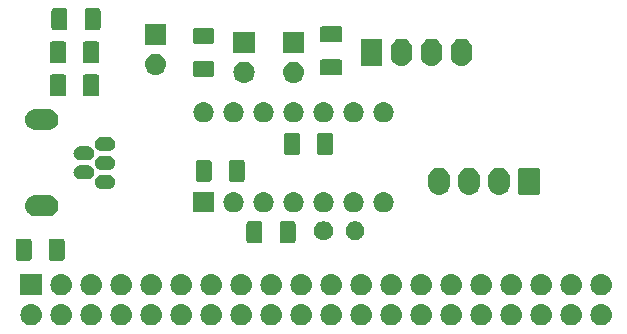
<source format=gbr>
G04 #@! TF.GenerationSoftware,KiCad,Pcbnew,5.1.2-f72e74a~84~ubuntu18.04.1*
G04 #@! TF.CreationDate,2021-05-31T02:13:38+02:00*
G04 #@! TF.ProjectId,USB_I2C_Iface,5553425f-4932-4435-9f49-666163652e6b,rev?*
G04 #@! TF.SameCoordinates,Original*
G04 #@! TF.FileFunction,Soldermask,Bot*
G04 #@! TF.FilePolarity,Negative*
%FSLAX46Y46*%
G04 Gerber Fmt 4.6, Leading zero omitted, Abs format (unit mm)*
G04 Created by KiCad (PCBNEW 5.1.2-f72e74a~84~ubuntu18.04.1) date 2021-05-31 02:13:38*
%MOMM*%
%LPD*%
G04 APERTURE LIST*
%ADD10C,0.100000*%
G04 APERTURE END LIST*
D10*
G36*
X97138443Y-60700519D02*
G01*
X97204627Y-60707037D01*
X97374466Y-60758557D01*
X97530991Y-60842222D01*
X97566729Y-60871552D01*
X97668186Y-60954814D01*
X97751448Y-61056271D01*
X97780778Y-61092009D01*
X97864443Y-61248534D01*
X97915963Y-61418373D01*
X97933359Y-61595000D01*
X97915963Y-61771627D01*
X97864443Y-61941466D01*
X97780778Y-62097991D01*
X97751448Y-62133729D01*
X97668186Y-62235186D01*
X97566729Y-62318448D01*
X97530991Y-62347778D01*
X97374466Y-62431443D01*
X97204627Y-62482963D01*
X97138443Y-62489481D01*
X97072260Y-62496000D01*
X96983740Y-62496000D01*
X96917557Y-62489481D01*
X96851373Y-62482963D01*
X96681534Y-62431443D01*
X96525009Y-62347778D01*
X96489271Y-62318448D01*
X96387814Y-62235186D01*
X96304552Y-62133729D01*
X96275222Y-62097991D01*
X96191557Y-61941466D01*
X96140037Y-61771627D01*
X96122641Y-61595000D01*
X96140037Y-61418373D01*
X96191557Y-61248534D01*
X96275222Y-61092009D01*
X96304552Y-61056271D01*
X96387814Y-60954814D01*
X96489271Y-60871552D01*
X96525009Y-60842222D01*
X96681534Y-60758557D01*
X96851373Y-60707037D01*
X96917557Y-60700519D01*
X96983740Y-60694000D01*
X97072260Y-60694000D01*
X97138443Y-60700519D01*
X97138443Y-60700519D01*
G37*
G36*
X71738443Y-60700519D02*
G01*
X71804627Y-60707037D01*
X71974466Y-60758557D01*
X72130991Y-60842222D01*
X72166729Y-60871552D01*
X72268186Y-60954814D01*
X72351448Y-61056271D01*
X72380778Y-61092009D01*
X72464443Y-61248534D01*
X72515963Y-61418373D01*
X72533359Y-61595000D01*
X72515963Y-61771627D01*
X72464443Y-61941466D01*
X72380778Y-62097991D01*
X72351448Y-62133729D01*
X72268186Y-62235186D01*
X72166729Y-62318448D01*
X72130991Y-62347778D01*
X71974466Y-62431443D01*
X71804627Y-62482963D01*
X71738443Y-62489481D01*
X71672260Y-62496000D01*
X71583740Y-62496000D01*
X71517557Y-62489481D01*
X71451373Y-62482963D01*
X71281534Y-62431443D01*
X71125009Y-62347778D01*
X71089271Y-62318448D01*
X70987814Y-62235186D01*
X70904552Y-62133729D01*
X70875222Y-62097991D01*
X70791557Y-61941466D01*
X70740037Y-61771627D01*
X70722641Y-61595000D01*
X70740037Y-61418373D01*
X70791557Y-61248534D01*
X70875222Y-61092009D01*
X70904552Y-61056271D01*
X70987814Y-60954814D01*
X71089271Y-60871552D01*
X71125009Y-60842222D01*
X71281534Y-60758557D01*
X71451373Y-60707037D01*
X71517557Y-60700519D01*
X71583740Y-60694000D01*
X71672260Y-60694000D01*
X71738443Y-60700519D01*
X71738443Y-60700519D01*
G37*
G36*
X48878443Y-60700519D02*
G01*
X48944627Y-60707037D01*
X49114466Y-60758557D01*
X49270991Y-60842222D01*
X49306729Y-60871552D01*
X49408186Y-60954814D01*
X49491448Y-61056271D01*
X49520778Y-61092009D01*
X49604443Y-61248534D01*
X49655963Y-61418373D01*
X49673359Y-61595000D01*
X49655963Y-61771627D01*
X49604443Y-61941466D01*
X49520778Y-62097991D01*
X49491448Y-62133729D01*
X49408186Y-62235186D01*
X49306729Y-62318448D01*
X49270991Y-62347778D01*
X49114466Y-62431443D01*
X48944627Y-62482963D01*
X48878443Y-62489481D01*
X48812260Y-62496000D01*
X48723740Y-62496000D01*
X48657557Y-62489481D01*
X48591373Y-62482963D01*
X48421534Y-62431443D01*
X48265009Y-62347778D01*
X48229271Y-62318448D01*
X48127814Y-62235186D01*
X48044552Y-62133729D01*
X48015222Y-62097991D01*
X47931557Y-61941466D01*
X47880037Y-61771627D01*
X47862641Y-61595000D01*
X47880037Y-61418373D01*
X47931557Y-61248534D01*
X48015222Y-61092009D01*
X48044552Y-61056271D01*
X48127814Y-60954814D01*
X48229271Y-60871552D01*
X48265009Y-60842222D01*
X48421534Y-60758557D01*
X48591373Y-60707037D01*
X48657557Y-60700519D01*
X48723740Y-60694000D01*
X48812260Y-60694000D01*
X48878443Y-60700519D01*
X48878443Y-60700519D01*
G37*
G36*
X51418443Y-60700519D02*
G01*
X51484627Y-60707037D01*
X51654466Y-60758557D01*
X51810991Y-60842222D01*
X51846729Y-60871552D01*
X51948186Y-60954814D01*
X52031448Y-61056271D01*
X52060778Y-61092009D01*
X52144443Y-61248534D01*
X52195963Y-61418373D01*
X52213359Y-61595000D01*
X52195963Y-61771627D01*
X52144443Y-61941466D01*
X52060778Y-62097991D01*
X52031448Y-62133729D01*
X51948186Y-62235186D01*
X51846729Y-62318448D01*
X51810991Y-62347778D01*
X51654466Y-62431443D01*
X51484627Y-62482963D01*
X51418443Y-62489481D01*
X51352260Y-62496000D01*
X51263740Y-62496000D01*
X51197557Y-62489481D01*
X51131373Y-62482963D01*
X50961534Y-62431443D01*
X50805009Y-62347778D01*
X50769271Y-62318448D01*
X50667814Y-62235186D01*
X50584552Y-62133729D01*
X50555222Y-62097991D01*
X50471557Y-61941466D01*
X50420037Y-61771627D01*
X50402641Y-61595000D01*
X50420037Y-61418373D01*
X50471557Y-61248534D01*
X50555222Y-61092009D01*
X50584552Y-61056271D01*
X50667814Y-60954814D01*
X50769271Y-60871552D01*
X50805009Y-60842222D01*
X50961534Y-60758557D01*
X51131373Y-60707037D01*
X51197557Y-60700519D01*
X51263740Y-60694000D01*
X51352260Y-60694000D01*
X51418443Y-60700519D01*
X51418443Y-60700519D01*
G37*
G36*
X53958443Y-60700519D02*
G01*
X54024627Y-60707037D01*
X54194466Y-60758557D01*
X54350991Y-60842222D01*
X54386729Y-60871552D01*
X54488186Y-60954814D01*
X54571448Y-61056271D01*
X54600778Y-61092009D01*
X54684443Y-61248534D01*
X54735963Y-61418373D01*
X54753359Y-61595000D01*
X54735963Y-61771627D01*
X54684443Y-61941466D01*
X54600778Y-62097991D01*
X54571448Y-62133729D01*
X54488186Y-62235186D01*
X54386729Y-62318448D01*
X54350991Y-62347778D01*
X54194466Y-62431443D01*
X54024627Y-62482963D01*
X53958443Y-62489481D01*
X53892260Y-62496000D01*
X53803740Y-62496000D01*
X53737557Y-62489481D01*
X53671373Y-62482963D01*
X53501534Y-62431443D01*
X53345009Y-62347778D01*
X53309271Y-62318448D01*
X53207814Y-62235186D01*
X53124552Y-62133729D01*
X53095222Y-62097991D01*
X53011557Y-61941466D01*
X52960037Y-61771627D01*
X52942641Y-61595000D01*
X52960037Y-61418373D01*
X53011557Y-61248534D01*
X53095222Y-61092009D01*
X53124552Y-61056271D01*
X53207814Y-60954814D01*
X53309271Y-60871552D01*
X53345009Y-60842222D01*
X53501534Y-60758557D01*
X53671373Y-60707037D01*
X53737557Y-60700519D01*
X53803740Y-60694000D01*
X53892260Y-60694000D01*
X53958443Y-60700519D01*
X53958443Y-60700519D01*
G37*
G36*
X56498443Y-60700519D02*
G01*
X56564627Y-60707037D01*
X56734466Y-60758557D01*
X56890991Y-60842222D01*
X56926729Y-60871552D01*
X57028186Y-60954814D01*
X57111448Y-61056271D01*
X57140778Y-61092009D01*
X57224443Y-61248534D01*
X57275963Y-61418373D01*
X57293359Y-61595000D01*
X57275963Y-61771627D01*
X57224443Y-61941466D01*
X57140778Y-62097991D01*
X57111448Y-62133729D01*
X57028186Y-62235186D01*
X56926729Y-62318448D01*
X56890991Y-62347778D01*
X56734466Y-62431443D01*
X56564627Y-62482963D01*
X56498443Y-62489481D01*
X56432260Y-62496000D01*
X56343740Y-62496000D01*
X56277557Y-62489481D01*
X56211373Y-62482963D01*
X56041534Y-62431443D01*
X55885009Y-62347778D01*
X55849271Y-62318448D01*
X55747814Y-62235186D01*
X55664552Y-62133729D01*
X55635222Y-62097991D01*
X55551557Y-61941466D01*
X55500037Y-61771627D01*
X55482641Y-61595000D01*
X55500037Y-61418373D01*
X55551557Y-61248534D01*
X55635222Y-61092009D01*
X55664552Y-61056271D01*
X55747814Y-60954814D01*
X55849271Y-60871552D01*
X55885009Y-60842222D01*
X56041534Y-60758557D01*
X56211373Y-60707037D01*
X56277557Y-60700519D01*
X56343740Y-60694000D01*
X56432260Y-60694000D01*
X56498443Y-60700519D01*
X56498443Y-60700519D01*
G37*
G36*
X59038443Y-60700519D02*
G01*
X59104627Y-60707037D01*
X59274466Y-60758557D01*
X59430991Y-60842222D01*
X59466729Y-60871552D01*
X59568186Y-60954814D01*
X59651448Y-61056271D01*
X59680778Y-61092009D01*
X59764443Y-61248534D01*
X59815963Y-61418373D01*
X59833359Y-61595000D01*
X59815963Y-61771627D01*
X59764443Y-61941466D01*
X59680778Y-62097991D01*
X59651448Y-62133729D01*
X59568186Y-62235186D01*
X59466729Y-62318448D01*
X59430991Y-62347778D01*
X59274466Y-62431443D01*
X59104627Y-62482963D01*
X59038443Y-62489481D01*
X58972260Y-62496000D01*
X58883740Y-62496000D01*
X58817557Y-62489481D01*
X58751373Y-62482963D01*
X58581534Y-62431443D01*
X58425009Y-62347778D01*
X58389271Y-62318448D01*
X58287814Y-62235186D01*
X58204552Y-62133729D01*
X58175222Y-62097991D01*
X58091557Y-61941466D01*
X58040037Y-61771627D01*
X58022641Y-61595000D01*
X58040037Y-61418373D01*
X58091557Y-61248534D01*
X58175222Y-61092009D01*
X58204552Y-61056271D01*
X58287814Y-60954814D01*
X58389271Y-60871552D01*
X58425009Y-60842222D01*
X58581534Y-60758557D01*
X58751373Y-60707037D01*
X58817557Y-60700519D01*
X58883740Y-60694000D01*
X58972260Y-60694000D01*
X59038443Y-60700519D01*
X59038443Y-60700519D01*
G37*
G36*
X61578443Y-60700519D02*
G01*
X61644627Y-60707037D01*
X61814466Y-60758557D01*
X61970991Y-60842222D01*
X62006729Y-60871552D01*
X62108186Y-60954814D01*
X62191448Y-61056271D01*
X62220778Y-61092009D01*
X62304443Y-61248534D01*
X62355963Y-61418373D01*
X62373359Y-61595000D01*
X62355963Y-61771627D01*
X62304443Y-61941466D01*
X62220778Y-62097991D01*
X62191448Y-62133729D01*
X62108186Y-62235186D01*
X62006729Y-62318448D01*
X61970991Y-62347778D01*
X61814466Y-62431443D01*
X61644627Y-62482963D01*
X61578443Y-62489481D01*
X61512260Y-62496000D01*
X61423740Y-62496000D01*
X61357557Y-62489481D01*
X61291373Y-62482963D01*
X61121534Y-62431443D01*
X60965009Y-62347778D01*
X60929271Y-62318448D01*
X60827814Y-62235186D01*
X60744552Y-62133729D01*
X60715222Y-62097991D01*
X60631557Y-61941466D01*
X60580037Y-61771627D01*
X60562641Y-61595000D01*
X60580037Y-61418373D01*
X60631557Y-61248534D01*
X60715222Y-61092009D01*
X60744552Y-61056271D01*
X60827814Y-60954814D01*
X60929271Y-60871552D01*
X60965009Y-60842222D01*
X61121534Y-60758557D01*
X61291373Y-60707037D01*
X61357557Y-60700519D01*
X61423740Y-60694000D01*
X61512260Y-60694000D01*
X61578443Y-60700519D01*
X61578443Y-60700519D01*
G37*
G36*
X64118443Y-60700519D02*
G01*
X64184627Y-60707037D01*
X64354466Y-60758557D01*
X64510991Y-60842222D01*
X64546729Y-60871552D01*
X64648186Y-60954814D01*
X64731448Y-61056271D01*
X64760778Y-61092009D01*
X64844443Y-61248534D01*
X64895963Y-61418373D01*
X64913359Y-61595000D01*
X64895963Y-61771627D01*
X64844443Y-61941466D01*
X64760778Y-62097991D01*
X64731448Y-62133729D01*
X64648186Y-62235186D01*
X64546729Y-62318448D01*
X64510991Y-62347778D01*
X64354466Y-62431443D01*
X64184627Y-62482963D01*
X64118443Y-62489481D01*
X64052260Y-62496000D01*
X63963740Y-62496000D01*
X63897557Y-62489481D01*
X63831373Y-62482963D01*
X63661534Y-62431443D01*
X63505009Y-62347778D01*
X63469271Y-62318448D01*
X63367814Y-62235186D01*
X63284552Y-62133729D01*
X63255222Y-62097991D01*
X63171557Y-61941466D01*
X63120037Y-61771627D01*
X63102641Y-61595000D01*
X63120037Y-61418373D01*
X63171557Y-61248534D01*
X63255222Y-61092009D01*
X63284552Y-61056271D01*
X63367814Y-60954814D01*
X63469271Y-60871552D01*
X63505009Y-60842222D01*
X63661534Y-60758557D01*
X63831373Y-60707037D01*
X63897557Y-60700519D01*
X63963740Y-60694000D01*
X64052260Y-60694000D01*
X64118443Y-60700519D01*
X64118443Y-60700519D01*
G37*
G36*
X66658443Y-60700519D02*
G01*
X66724627Y-60707037D01*
X66894466Y-60758557D01*
X67050991Y-60842222D01*
X67086729Y-60871552D01*
X67188186Y-60954814D01*
X67271448Y-61056271D01*
X67300778Y-61092009D01*
X67384443Y-61248534D01*
X67435963Y-61418373D01*
X67453359Y-61595000D01*
X67435963Y-61771627D01*
X67384443Y-61941466D01*
X67300778Y-62097991D01*
X67271448Y-62133729D01*
X67188186Y-62235186D01*
X67086729Y-62318448D01*
X67050991Y-62347778D01*
X66894466Y-62431443D01*
X66724627Y-62482963D01*
X66658443Y-62489481D01*
X66592260Y-62496000D01*
X66503740Y-62496000D01*
X66437557Y-62489481D01*
X66371373Y-62482963D01*
X66201534Y-62431443D01*
X66045009Y-62347778D01*
X66009271Y-62318448D01*
X65907814Y-62235186D01*
X65824552Y-62133729D01*
X65795222Y-62097991D01*
X65711557Y-61941466D01*
X65660037Y-61771627D01*
X65642641Y-61595000D01*
X65660037Y-61418373D01*
X65711557Y-61248534D01*
X65795222Y-61092009D01*
X65824552Y-61056271D01*
X65907814Y-60954814D01*
X66009271Y-60871552D01*
X66045009Y-60842222D01*
X66201534Y-60758557D01*
X66371373Y-60707037D01*
X66437557Y-60700519D01*
X66503740Y-60694000D01*
X66592260Y-60694000D01*
X66658443Y-60700519D01*
X66658443Y-60700519D01*
G37*
G36*
X69198443Y-60700519D02*
G01*
X69264627Y-60707037D01*
X69434466Y-60758557D01*
X69590991Y-60842222D01*
X69626729Y-60871552D01*
X69728186Y-60954814D01*
X69811448Y-61056271D01*
X69840778Y-61092009D01*
X69924443Y-61248534D01*
X69975963Y-61418373D01*
X69993359Y-61595000D01*
X69975963Y-61771627D01*
X69924443Y-61941466D01*
X69840778Y-62097991D01*
X69811448Y-62133729D01*
X69728186Y-62235186D01*
X69626729Y-62318448D01*
X69590991Y-62347778D01*
X69434466Y-62431443D01*
X69264627Y-62482963D01*
X69198443Y-62489481D01*
X69132260Y-62496000D01*
X69043740Y-62496000D01*
X68977557Y-62489481D01*
X68911373Y-62482963D01*
X68741534Y-62431443D01*
X68585009Y-62347778D01*
X68549271Y-62318448D01*
X68447814Y-62235186D01*
X68364552Y-62133729D01*
X68335222Y-62097991D01*
X68251557Y-61941466D01*
X68200037Y-61771627D01*
X68182641Y-61595000D01*
X68200037Y-61418373D01*
X68251557Y-61248534D01*
X68335222Y-61092009D01*
X68364552Y-61056271D01*
X68447814Y-60954814D01*
X68549271Y-60871552D01*
X68585009Y-60842222D01*
X68741534Y-60758557D01*
X68911373Y-60707037D01*
X68977557Y-60700519D01*
X69043740Y-60694000D01*
X69132260Y-60694000D01*
X69198443Y-60700519D01*
X69198443Y-60700519D01*
G37*
G36*
X76818443Y-60700519D02*
G01*
X76884627Y-60707037D01*
X77054466Y-60758557D01*
X77210991Y-60842222D01*
X77246729Y-60871552D01*
X77348186Y-60954814D01*
X77431448Y-61056271D01*
X77460778Y-61092009D01*
X77544443Y-61248534D01*
X77595963Y-61418373D01*
X77613359Y-61595000D01*
X77595963Y-61771627D01*
X77544443Y-61941466D01*
X77460778Y-62097991D01*
X77431448Y-62133729D01*
X77348186Y-62235186D01*
X77246729Y-62318448D01*
X77210991Y-62347778D01*
X77054466Y-62431443D01*
X76884627Y-62482963D01*
X76818443Y-62489481D01*
X76752260Y-62496000D01*
X76663740Y-62496000D01*
X76597557Y-62489481D01*
X76531373Y-62482963D01*
X76361534Y-62431443D01*
X76205009Y-62347778D01*
X76169271Y-62318448D01*
X76067814Y-62235186D01*
X75984552Y-62133729D01*
X75955222Y-62097991D01*
X75871557Y-61941466D01*
X75820037Y-61771627D01*
X75802641Y-61595000D01*
X75820037Y-61418373D01*
X75871557Y-61248534D01*
X75955222Y-61092009D01*
X75984552Y-61056271D01*
X76067814Y-60954814D01*
X76169271Y-60871552D01*
X76205009Y-60842222D01*
X76361534Y-60758557D01*
X76531373Y-60707037D01*
X76597557Y-60700519D01*
X76663740Y-60694000D01*
X76752260Y-60694000D01*
X76818443Y-60700519D01*
X76818443Y-60700519D01*
G37*
G36*
X79358443Y-60700519D02*
G01*
X79424627Y-60707037D01*
X79594466Y-60758557D01*
X79750991Y-60842222D01*
X79786729Y-60871552D01*
X79888186Y-60954814D01*
X79971448Y-61056271D01*
X80000778Y-61092009D01*
X80084443Y-61248534D01*
X80135963Y-61418373D01*
X80153359Y-61595000D01*
X80135963Y-61771627D01*
X80084443Y-61941466D01*
X80000778Y-62097991D01*
X79971448Y-62133729D01*
X79888186Y-62235186D01*
X79786729Y-62318448D01*
X79750991Y-62347778D01*
X79594466Y-62431443D01*
X79424627Y-62482963D01*
X79358443Y-62489481D01*
X79292260Y-62496000D01*
X79203740Y-62496000D01*
X79137557Y-62489481D01*
X79071373Y-62482963D01*
X78901534Y-62431443D01*
X78745009Y-62347778D01*
X78709271Y-62318448D01*
X78607814Y-62235186D01*
X78524552Y-62133729D01*
X78495222Y-62097991D01*
X78411557Y-61941466D01*
X78360037Y-61771627D01*
X78342641Y-61595000D01*
X78360037Y-61418373D01*
X78411557Y-61248534D01*
X78495222Y-61092009D01*
X78524552Y-61056271D01*
X78607814Y-60954814D01*
X78709271Y-60871552D01*
X78745009Y-60842222D01*
X78901534Y-60758557D01*
X79071373Y-60707037D01*
X79137557Y-60700519D01*
X79203740Y-60694000D01*
X79292260Y-60694000D01*
X79358443Y-60700519D01*
X79358443Y-60700519D01*
G37*
G36*
X81898443Y-60700519D02*
G01*
X81964627Y-60707037D01*
X82134466Y-60758557D01*
X82290991Y-60842222D01*
X82326729Y-60871552D01*
X82428186Y-60954814D01*
X82511448Y-61056271D01*
X82540778Y-61092009D01*
X82624443Y-61248534D01*
X82675963Y-61418373D01*
X82693359Y-61595000D01*
X82675963Y-61771627D01*
X82624443Y-61941466D01*
X82540778Y-62097991D01*
X82511448Y-62133729D01*
X82428186Y-62235186D01*
X82326729Y-62318448D01*
X82290991Y-62347778D01*
X82134466Y-62431443D01*
X81964627Y-62482963D01*
X81898443Y-62489481D01*
X81832260Y-62496000D01*
X81743740Y-62496000D01*
X81677557Y-62489481D01*
X81611373Y-62482963D01*
X81441534Y-62431443D01*
X81285009Y-62347778D01*
X81249271Y-62318448D01*
X81147814Y-62235186D01*
X81064552Y-62133729D01*
X81035222Y-62097991D01*
X80951557Y-61941466D01*
X80900037Y-61771627D01*
X80882641Y-61595000D01*
X80900037Y-61418373D01*
X80951557Y-61248534D01*
X81035222Y-61092009D01*
X81064552Y-61056271D01*
X81147814Y-60954814D01*
X81249271Y-60871552D01*
X81285009Y-60842222D01*
X81441534Y-60758557D01*
X81611373Y-60707037D01*
X81677557Y-60700519D01*
X81743740Y-60694000D01*
X81832260Y-60694000D01*
X81898443Y-60700519D01*
X81898443Y-60700519D01*
G37*
G36*
X84438443Y-60700519D02*
G01*
X84504627Y-60707037D01*
X84674466Y-60758557D01*
X84830991Y-60842222D01*
X84866729Y-60871552D01*
X84968186Y-60954814D01*
X85051448Y-61056271D01*
X85080778Y-61092009D01*
X85164443Y-61248534D01*
X85215963Y-61418373D01*
X85233359Y-61595000D01*
X85215963Y-61771627D01*
X85164443Y-61941466D01*
X85080778Y-62097991D01*
X85051448Y-62133729D01*
X84968186Y-62235186D01*
X84866729Y-62318448D01*
X84830991Y-62347778D01*
X84674466Y-62431443D01*
X84504627Y-62482963D01*
X84438443Y-62489481D01*
X84372260Y-62496000D01*
X84283740Y-62496000D01*
X84217557Y-62489481D01*
X84151373Y-62482963D01*
X83981534Y-62431443D01*
X83825009Y-62347778D01*
X83789271Y-62318448D01*
X83687814Y-62235186D01*
X83604552Y-62133729D01*
X83575222Y-62097991D01*
X83491557Y-61941466D01*
X83440037Y-61771627D01*
X83422641Y-61595000D01*
X83440037Y-61418373D01*
X83491557Y-61248534D01*
X83575222Y-61092009D01*
X83604552Y-61056271D01*
X83687814Y-60954814D01*
X83789271Y-60871552D01*
X83825009Y-60842222D01*
X83981534Y-60758557D01*
X84151373Y-60707037D01*
X84217557Y-60700519D01*
X84283740Y-60694000D01*
X84372260Y-60694000D01*
X84438443Y-60700519D01*
X84438443Y-60700519D01*
G37*
G36*
X86978443Y-60700519D02*
G01*
X87044627Y-60707037D01*
X87214466Y-60758557D01*
X87370991Y-60842222D01*
X87406729Y-60871552D01*
X87508186Y-60954814D01*
X87591448Y-61056271D01*
X87620778Y-61092009D01*
X87704443Y-61248534D01*
X87755963Y-61418373D01*
X87773359Y-61595000D01*
X87755963Y-61771627D01*
X87704443Y-61941466D01*
X87620778Y-62097991D01*
X87591448Y-62133729D01*
X87508186Y-62235186D01*
X87406729Y-62318448D01*
X87370991Y-62347778D01*
X87214466Y-62431443D01*
X87044627Y-62482963D01*
X86978443Y-62489481D01*
X86912260Y-62496000D01*
X86823740Y-62496000D01*
X86757557Y-62489481D01*
X86691373Y-62482963D01*
X86521534Y-62431443D01*
X86365009Y-62347778D01*
X86329271Y-62318448D01*
X86227814Y-62235186D01*
X86144552Y-62133729D01*
X86115222Y-62097991D01*
X86031557Y-61941466D01*
X85980037Y-61771627D01*
X85962641Y-61595000D01*
X85980037Y-61418373D01*
X86031557Y-61248534D01*
X86115222Y-61092009D01*
X86144552Y-61056271D01*
X86227814Y-60954814D01*
X86329271Y-60871552D01*
X86365009Y-60842222D01*
X86521534Y-60758557D01*
X86691373Y-60707037D01*
X86757557Y-60700519D01*
X86823740Y-60694000D01*
X86912260Y-60694000D01*
X86978443Y-60700519D01*
X86978443Y-60700519D01*
G37*
G36*
X89518443Y-60700519D02*
G01*
X89584627Y-60707037D01*
X89754466Y-60758557D01*
X89910991Y-60842222D01*
X89946729Y-60871552D01*
X90048186Y-60954814D01*
X90131448Y-61056271D01*
X90160778Y-61092009D01*
X90244443Y-61248534D01*
X90295963Y-61418373D01*
X90313359Y-61595000D01*
X90295963Y-61771627D01*
X90244443Y-61941466D01*
X90160778Y-62097991D01*
X90131448Y-62133729D01*
X90048186Y-62235186D01*
X89946729Y-62318448D01*
X89910991Y-62347778D01*
X89754466Y-62431443D01*
X89584627Y-62482963D01*
X89518443Y-62489481D01*
X89452260Y-62496000D01*
X89363740Y-62496000D01*
X89297557Y-62489481D01*
X89231373Y-62482963D01*
X89061534Y-62431443D01*
X88905009Y-62347778D01*
X88869271Y-62318448D01*
X88767814Y-62235186D01*
X88684552Y-62133729D01*
X88655222Y-62097991D01*
X88571557Y-61941466D01*
X88520037Y-61771627D01*
X88502641Y-61595000D01*
X88520037Y-61418373D01*
X88571557Y-61248534D01*
X88655222Y-61092009D01*
X88684552Y-61056271D01*
X88767814Y-60954814D01*
X88869271Y-60871552D01*
X88905009Y-60842222D01*
X89061534Y-60758557D01*
X89231373Y-60707037D01*
X89297557Y-60700519D01*
X89363740Y-60694000D01*
X89452260Y-60694000D01*
X89518443Y-60700519D01*
X89518443Y-60700519D01*
G37*
G36*
X92058443Y-60700519D02*
G01*
X92124627Y-60707037D01*
X92294466Y-60758557D01*
X92450991Y-60842222D01*
X92486729Y-60871552D01*
X92588186Y-60954814D01*
X92671448Y-61056271D01*
X92700778Y-61092009D01*
X92784443Y-61248534D01*
X92835963Y-61418373D01*
X92853359Y-61595000D01*
X92835963Y-61771627D01*
X92784443Y-61941466D01*
X92700778Y-62097991D01*
X92671448Y-62133729D01*
X92588186Y-62235186D01*
X92486729Y-62318448D01*
X92450991Y-62347778D01*
X92294466Y-62431443D01*
X92124627Y-62482963D01*
X92058443Y-62489481D01*
X91992260Y-62496000D01*
X91903740Y-62496000D01*
X91837557Y-62489481D01*
X91771373Y-62482963D01*
X91601534Y-62431443D01*
X91445009Y-62347778D01*
X91409271Y-62318448D01*
X91307814Y-62235186D01*
X91224552Y-62133729D01*
X91195222Y-62097991D01*
X91111557Y-61941466D01*
X91060037Y-61771627D01*
X91042641Y-61595000D01*
X91060037Y-61418373D01*
X91111557Y-61248534D01*
X91195222Y-61092009D01*
X91224552Y-61056271D01*
X91307814Y-60954814D01*
X91409271Y-60871552D01*
X91445009Y-60842222D01*
X91601534Y-60758557D01*
X91771373Y-60707037D01*
X91837557Y-60700519D01*
X91903740Y-60694000D01*
X91992260Y-60694000D01*
X92058443Y-60700519D01*
X92058443Y-60700519D01*
G37*
G36*
X94598443Y-60700519D02*
G01*
X94664627Y-60707037D01*
X94834466Y-60758557D01*
X94990991Y-60842222D01*
X95026729Y-60871552D01*
X95128186Y-60954814D01*
X95211448Y-61056271D01*
X95240778Y-61092009D01*
X95324443Y-61248534D01*
X95375963Y-61418373D01*
X95393359Y-61595000D01*
X95375963Y-61771627D01*
X95324443Y-61941466D01*
X95240778Y-62097991D01*
X95211448Y-62133729D01*
X95128186Y-62235186D01*
X95026729Y-62318448D01*
X94990991Y-62347778D01*
X94834466Y-62431443D01*
X94664627Y-62482963D01*
X94598443Y-62489481D01*
X94532260Y-62496000D01*
X94443740Y-62496000D01*
X94377557Y-62489481D01*
X94311373Y-62482963D01*
X94141534Y-62431443D01*
X93985009Y-62347778D01*
X93949271Y-62318448D01*
X93847814Y-62235186D01*
X93764552Y-62133729D01*
X93735222Y-62097991D01*
X93651557Y-61941466D01*
X93600037Y-61771627D01*
X93582641Y-61595000D01*
X93600037Y-61418373D01*
X93651557Y-61248534D01*
X93735222Y-61092009D01*
X93764552Y-61056271D01*
X93847814Y-60954814D01*
X93949271Y-60871552D01*
X93985009Y-60842222D01*
X94141534Y-60758557D01*
X94311373Y-60707037D01*
X94377557Y-60700519D01*
X94443740Y-60694000D01*
X94532260Y-60694000D01*
X94598443Y-60700519D01*
X94598443Y-60700519D01*
G37*
G36*
X74278443Y-60700519D02*
G01*
X74344627Y-60707037D01*
X74514466Y-60758557D01*
X74670991Y-60842222D01*
X74706729Y-60871552D01*
X74808186Y-60954814D01*
X74891448Y-61056271D01*
X74920778Y-61092009D01*
X75004443Y-61248534D01*
X75055963Y-61418373D01*
X75073359Y-61595000D01*
X75055963Y-61771627D01*
X75004443Y-61941466D01*
X74920778Y-62097991D01*
X74891448Y-62133729D01*
X74808186Y-62235186D01*
X74706729Y-62318448D01*
X74670991Y-62347778D01*
X74514466Y-62431443D01*
X74344627Y-62482963D01*
X74278443Y-62489481D01*
X74212260Y-62496000D01*
X74123740Y-62496000D01*
X74057557Y-62489481D01*
X73991373Y-62482963D01*
X73821534Y-62431443D01*
X73665009Y-62347778D01*
X73629271Y-62318448D01*
X73527814Y-62235186D01*
X73444552Y-62133729D01*
X73415222Y-62097991D01*
X73331557Y-61941466D01*
X73280037Y-61771627D01*
X73262641Y-61595000D01*
X73280037Y-61418373D01*
X73331557Y-61248534D01*
X73415222Y-61092009D01*
X73444552Y-61056271D01*
X73527814Y-60954814D01*
X73629271Y-60871552D01*
X73665009Y-60842222D01*
X73821534Y-60758557D01*
X73991373Y-60707037D01*
X74057557Y-60700519D01*
X74123740Y-60694000D01*
X74212260Y-60694000D01*
X74278443Y-60700519D01*
X74278443Y-60700519D01*
G37*
G36*
X61578442Y-58160518D02*
G01*
X61644627Y-58167037D01*
X61814466Y-58218557D01*
X61970991Y-58302222D01*
X62006729Y-58331552D01*
X62108186Y-58414814D01*
X62191448Y-58516271D01*
X62220778Y-58552009D01*
X62304443Y-58708534D01*
X62355963Y-58878373D01*
X62373359Y-59055000D01*
X62355963Y-59231627D01*
X62304443Y-59401466D01*
X62220778Y-59557991D01*
X62191448Y-59593729D01*
X62108186Y-59695186D01*
X62006729Y-59778448D01*
X61970991Y-59807778D01*
X61814466Y-59891443D01*
X61644627Y-59942963D01*
X61578442Y-59949482D01*
X61512260Y-59956000D01*
X61423740Y-59956000D01*
X61357558Y-59949482D01*
X61291373Y-59942963D01*
X61121534Y-59891443D01*
X60965009Y-59807778D01*
X60929271Y-59778448D01*
X60827814Y-59695186D01*
X60744552Y-59593729D01*
X60715222Y-59557991D01*
X60631557Y-59401466D01*
X60580037Y-59231627D01*
X60562641Y-59055000D01*
X60580037Y-58878373D01*
X60631557Y-58708534D01*
X60715222Y-58552009D01*
X60744552Y-58516271D01*
X60827814Y-58414814D01*
X60929271Y-58331552D01*
X60965009Y-58302222D01*
X61121534Y-58218557D01*
X61291373Y-58167037D01*
X61357558Y-58160518D01*
X61423740Y-58154000D01*
X61512260Y-58154000D01*
X61578442Y-58160518D01*
X61578442Y-58160518D01*
G37*
G36*
X59038442Y-58160518D02*
G01*
X59104627Y-58167037D01*
X59274466Y-58218557D01*
X59430991Y-58302222D01*
X59466729Y-58331552D01*
X59568186Y-58414814D01*
X59651448Y-58516271D01*
X59680778Y-58552009D01*
X59764443Y-58708534D01*
X59815963Y-58878373D01*
X59833359Y-59055000D01*
X59815963Y-59231627D01*
X59764443Y-59401466D01*
X59680778Y-59557991D01*
X59651448Y-59593729D01*
X59568186Y-59695186D01*
X59466729Y-59778448D01*
X59430991Y-59807778D01*
X59274466Y-59891443D01*
X59104627Y-59942963D01*
X59038442Y-59949482D01*
X58972260Y-59956000D01*
X58883740Y-59956000D01*
X58817558Y-59949482D01*
X58751373Y-59942963D01*
X58581534Y-59891443D01*
X58425009Y-59807778D01*
X58389271Y-59778448D01*
X58287814Y-59695186D01*
X58204552Y-59593729D01*
X58175222Y-59557991D01*
X58091557Y-59401466D01*
X58040037Y-59231627D01*
X58022641Y-59055000D01*
X58040037Y-58878373D01*
X58091557Y-58708534D01*
X58175222Y-58552009D01*
X58204552Y-58516271D01*
X58287814Y-58414814D01*
X58389271Y-58331552D01*
X58425009Y-58302222D01*
X58581534Y-58218557D01*
X58751373Y-58167037D01*
X58817558Y-58160518D01*
X58883740Y-58154000D01*
X58972260Y-58154000D01*
X59038442Y-58160518D01*
X59038442Y-58160518D01*
G37*
G36*
X56498442Y-58160518D02*
G01*
X56564627Y-58167037D01*
X56734466Y-58218557D01*
X56890991Y-58302222D01*
X56926729Y-58331552D01*
X57028186Y-58414814D01*
X57111448Y-58516271D01*
X57140778Y-58552009D01*
X57224443Y-58708534D01*
X57275963Y-58878373D01*
X57293359Y-59055000D01*
X57275963Y-59231627D01*
X57224443Y-59401466D01*
X57140778Y-59557991D01*
X57111448Y-59593729D01*
X57028186Y-59695186D01*
X56926729Y-59778448D01*
X56890991Y-59807778D01*
X56734466Y-59891443D01*
X56564627Y-59942963D01*
X56498442Y-59949482D01*
X56432260Y-59956000D01*
X56343740Y-59956000D01*
X56277558Y-59949482D01*
X56211373Y-59942963D01*
X56041534Y-59891443D01*
X55885009Y-59807778D01*
X55849271Y-59778448D01*
X55747814Y-59695186D01*
X55664552Y-59593729D01*
X55635222Y-59557991D01*
X55551557Y-59401466D01*
X55500037Y-59231627D01*
X55482641Y-59055000D01*
X55500037Y-58878373D01*
X55551557Y-58708534D01*
X55635222Y-58552009D01*
X55664552Y-58516271D01*
X55747814Y-58414814D01*
X55849271Y-58331552D01*
X55885009Y-58302222D01*
X56041534Y-58218557D01*
X56211373Y-58167037D01*
X56277558Y-58160518D01*
X56343740Y-58154000D01*
X56432260Y-58154000D01*
X56498442Y-58160518D01*
X56498442Y-58160518D01*
G37*
G36*
X53958442Y-58160518D02*
G01*
X54024627Y-58167037D01*
X54194466Y-58218557D01*
X54350991Y-58302222D01*
X54386729Y-58331552D01*
X54488186Y-58414814D01*
X54571448Y-58516271D01*
X54600778Y-58552009D01*
X54684443Y-58708534D01*
X54735963Y-58878373D01*
X54753359Y-59055000D01*
X54735963Y-59231627D01*
X54684443Y-59401466D01*
X54600778Y-59557991D01*
X54571448Y-59593729D01*
X54488186Y-59695186D01*
X54386729Y-59778448D01*
X54350991Y-59807778D01*
X54194466Y-59891443D01*
X54024627Y-59942963D01*
X53958442Y-59949482D01*
X53892260Y-59956000D01*
X53803740Y-59956000D01*
X53737558Y-59949482D01*
X53671373Y-59942963D01*
X53501534Y-59891443D01*
X53345009Y-59807778D01*
X53309271Y-59778448D01*
X53207814Y-59695186D01*
X53124552Y-59593729D01*
X53095222Y-59557991D01*
X53011557Y-59401466D01*
X52960037Y-59231627D01*
X52942641Y-59055000D01*
X52960037Y-58878373D01*
X53011557Y-58708534D01*
X53095222Y-58552009D01*
X53124552Y-58516271D01*
X53207814Y-58414814D01*
X53309271Y-58331552D01*
X53345009Y-58302222D01*
X53501534Y-58218557D01*
X53671373Y-58167037D01*
X53737558Y-58160518D01*
X53803740Y-58154000D01*
X53892260Y-58154000D01*
X53958442Y-58160518D01*
X53958442Y-58160518D01*
G37*
G36*
X51418442Y-58160518D02*
G01*
X51484627Y-58167037D01*
X51654466Y-58218557D01*
X51810991Y-58302222D01*
X51846729Y-58331552D01*
X51948186Y-58414814D01*
X52031448Y-58516271D01*
X52060778Y-58552009D01*
X52144443Y-58708534D01*
X52195963Y-58878373D01*
X52213359Y-59055000D01*
X52195963Y-59231627D01*
X52144443Y-59401466D01*
X52060778Y-59557991D01*
X52031448Y-59593729D01*
X51948186Y-59695186D01*
X51846729Y-59778448D01*
X51810991Y-59807778D01*
X51654466Y-59891443D01*
X51484627Y-59942963D01*
X51418442Y-59949482D01*
X51352260Y-59956000D01*
X51263740Y-59956000D01*
X51197558Y-59949482D01*
X51131373Y-59942963D01*
X50961534Y-59891443D01*
X50805009Y-59807778D01*
X50769271Y-59778448D01*
X50667814Y-59695186D01*
X50584552Y-59593729D01*
X50555222Y-59557991D01*
X50471557Y-59401466D01*
X50420037Y-59231627D01*
X50402641Y-59055000D01*
X50420037Y-58878373D01*
X50471557Y-58708534D01*
X50555222Y-58552009D01*
X50584552Y-58516271D01*
X50667814Y-58414814D01*
X50769271Y-58331552D01*
X50805009Y-58302222D01*
X50961534Y-58218557D01*
X51131373Y-58167037D01*
X51197558Y-58160518D01*
X51263740Y-58154000D01*
X51352260Y-58154000D01*
X51418442Y-58160518D01*
X51418442Y-58160518D01*
G37*
G36*
X49669000Y-59956000D02*
G01*
X47867000Y-59956000D01*
X47867000Y-58154000D01*
X49669000Y-58154000D01*
X49669000Y-59956000D01*
X49669000Y-59956000D01*
G37*
G36*
X92058442Y-58160518D02*
G01*
X92124627Y-58167037D01*
X92294466Y-58218557D01*
X92450991Y-58302222D01*
X92486729Y-58331552D01*
X92588186Y-58414814D01*
X92671448Y-58516271D01*
X92700778Y-58552009D01*
X92784443Y-58708534D01*
X92835963Y-58878373D01*
X92853359Y-59055000D01*
X92835963Y-59231627D01*
X92784443Y-59401466D01*
X92700778Y-59557991D01*
X92671448Y-59593729D01*
X92588186Y-59695186D01*
X92486729Y-59778448D01*
X92450991Y-59807778D01*
X92294466Y-59891443D01*
X92124627Y-59942963D01*
X92058442Y-59949482D01*
X91992260Y-59956000D01*
X91903740Y-59956000D01*
X91837558Y-59949482D01*
X91771373Y-59942963D01*
X91601534Y-59891443D01*
X91445009Y-59807778D01*
X91409271Y-59778448D01*
X91307814Y-59695186D01*
X91224552Y-59593729D01*
X91195222Y-59557991D01*
X91111557Y-59401466D01*
X91060037Y-59231627D01*
X91042641Y-59055000D01*
X91060037Y-58878373D01*
X91111557Y-58708534D01*
X91195222Y-58552009D01*
X91224552Y-58516271D01*
X91307814Y-58414814D01*
X91409271Y-58331552D01*
X91445009Y-58302222D01*
X91601534Y-58218557D01*
X91771373Y-58167037D01*
X91837558Y-58160518D01*
X91903740Y-58154000D01*
X91992260Y-58154000D01*
X92058442Y-58160518D01*
X92058442Y-58160518D01*
G37*
G36*
X94598442Y-58160518D02*
G01*
X94664627Y-58167037D01*
X94834466Y-58218557D01*
X94990991Y-58302222D01*
X95026729Y-58331552D01*
X95128186Y-58414814D01*
X95211448Y-58516271D01*
X95240778Y-58552009D01*
X95324443Y-58708534D01*
X95375963Y-58878373D01*
X95393359Y-59055000D01*
X95375963Y-59231627D01*
X95324443Y-59401466D01*
X95240778Y-59557991D01*
X95211448Y-59593729D01*
X95128186Y-59695186D01*
X95026729Y-59778448D01*
X94990991Y-59807778D01*
X94834466Y-59891443D01*
X94664627Y-59942963D01*
X94598442Y-59949482D01*
X94532260Y-59956000D01*
X94443740Y-59956000D01*
X94377558Y-59949482D01*
X94311373Y-59942963D01*
X94141534Y-59891443D01*
X93985009Y-59807778D01*
X93949271Y-59778448D01*
X93847814Y-59695186D01*
X93764552Y-59593729D01*
X93735222Y-59557991D01*
X93651557Y-59401466D01*
X93600037Y-59231627D01*
X93582641Y-59055000D01*
X93600037Y-58878373D01*
X93651557Y-58708534D01*
X93735222Y-58552009D01*
X93764552Y-58516271D01*
X93847814Y-58414814D01*
X93949271Y-58331552D01*
X93985009Y-58302222D01*
X94141534Y-58218557D01*
X94311373Y-58167037D01*
X94377558Y-58160518D01*
X94443740Y-58154000D01*
X94532260Y-58154000D01*
X94598442Y-58160518D01*
X94598442Y-58160518D01*
G37*
G36*
X97138442Y-58160518D02*
G01*
X97204627Y-58167037D01*
X97374466Y-58218557D01*
X97530991Y-58302222D01*
X97566729Y-58331552D01*
X97668186Y-58414814D01*
X97751448Y-58516271D01*
X97780778Y-58552009D01*
X97864443Y-58708534D01*
X97915963Y-58878373D01*
X97933359Y-59055000D01*
X97915963Y-59231627D01*
X97864443Y-59401466D01*
X97780778Y-59557991D01*
X97751448Y-59593729D01*
X97668186Y-59695186D01*
X97566729Y-59778448D01*
X97530991Y-59807778D01*
X97374466Y-59891443D01*
X97204627Y-59942963D01*
X97138442Y-59949482D01*
X97072260Y-59956000D01*
X96983740Y-59956000D01*
X96917558Y-59949482D01*
X96851373Y-59942963D01*
X96681534Y-59891443D01*
X96525009Y-59807778D01*
X96489271Y-59778448D01*
X96387814Y-59695186D01*
X96304552Y-59593729D01*
X96275222Y-59557991D01*
X96191557Y-59401466D01*
X96140037Y-59231627D01*
X96122641Y-59055000D01*
X96140037Y-58878373D01*
X96191557Y-58708534D01*
X96275222Y-58552009D01*
X96304552Y-58516271D01*
X96387814Y-58414814D01*
X96489271Y-58331552D01*
X96525009Y-58302222D01*
X96681534Y-58218557D01*
X96851373Y-58167037D01*
X96917558Y-58160518D01*
X96983740Y-58154000D01*
X97072260Y-58154000D01*
X97138442Y-58160518D01*
X97138442Y-58160518D01*
G37*
G36*
X76818442Y-58160518D02*
G01*
X76884627Y-58167037D01*
X77054466Y-58218557D01*
X77210991Y-58302222D01*
X77246729Y-58331552D01*
X77348186Y-58414814D01*
X77431448Y-58516271D01*
X77460778Y-58552009D01*
X77544443Y-58708534D01*
X77595963Y-58878373D01*
X77613359Y-59055000D01*
X77595963Y-59231627D01*
X77544443Y-59401466D01*
X77460778Y-59557991D01*
X77431448Y-59593729D01*
X77348186Y-59695186D01*
X77246729Y-59778448D01*
X77210991Y-59807778D01*
X77054466Y-59891443D01*
X76884627Y-59942963D01*
X76818442Y-59949482D01*
X76752260Y-59956000D01*
X76663740Y-59956000D01*
X76597558Y-59949482D01*
X76531373Y-59942963D01*
X76361534Y-59891443D01*
X76205009Y-59807778D01*
X76169271Y-59778448D01*
X76067814Y-59695186D01*
X75984552Y-59593729D01*
X75955222Y-59557991D01*
X75871557Y-59401466D01*
X75820037Y-59231627D01*
X75802641Y-59055000D01*
X75820037Y-58878373D01*
X75871557Y-58708534D01*
X75955222Y-58552009D01*
X75984552Y-58516271D01*
X76067814Y-58414814D01*
X76169271Y-58331552D01*
X76205009Y-58302222D01*
X76361534Y-58218557D01*
X76531373Y-58167037D01*
X76597558Y-58160518D01*
X76663740Y-58154000D01*
X76752260Y-58154000D01*
X76818442Y-58160518D01*
X76818442Y-58160518D01*
G37*
G36*
X66658442Y-58160518D02*
G01*
X66724627Y-58167037D01*
X66894466Y-58218557D01*
X67050991Y-58302222D01*
X67086729Y-58331552D01*
X67188186Y-58414814D01*
X67271448Y-58516271D01*
X67300778Y-58552009D01*
X67384443Y-58708534D01*
X67435963Y-58878373D01*
X67453359Y-59055000D01*
X67435963Y-59231627D01*
X67384443Y-59401466D01*
X67300778Y-59557991D01*
X67271448Y-59593729D01*
X67188186Y-59695186D01*
X67086729Y-59778448D01*
X67050991Y-59807778D01*
X66894466Y-59891443D01*
X66724627Y-59942963D01*
X66658442Y-59949482D01*
X66592260Y-59956000D01*
X66503740Y-59956000D01*
X66437558Y-59949482D01*
X66371373Y-59942963D01*
X66201534Y-59891443D01*
X66045009Y-59807778D01*
X66009271Y-59778448D01*
X65907814Y-59695186D01*
X65824552Y-59593729D01*
X65795222Y-59557991D01*
X65711557Y-59401466D01*
X65660037Y-59231627D01*
X65642641Y-59055000D01*
X65660037Y-58878373D01*
X65711557Y-58708534D01*
X65795222Y-58552009D01*
X65824552Y-58516271D01*
X65907814Y-58414814D01*
X66009271Y-58331552D01*
X66045009Y-58302222D01*
X66201534Y-58218557D01*
X66371373Y-58167037D01*
X66437558Y-58160518D01*
X66503740Y-58154000D01*
X66592260Y-58154000D01*
X66658442Y-58160518D01*
X66658442Y-58160518D01*
G37*
G36*
X89518442Y-58160518D02*
G01*
X89584627Y-58167037D01*
X89754466Y-58218557D01*
X89910991Y-58302222D01*
X89946729Y-58331552D01*
X90048186Y-58414814D01*
X90131448Y-58516271D01*
X90160778Y-58552009D01*
X90244443Y-58708534D01*
X90295963Y-58878373D01*
X90313359Y-59055000D01*
X90295963Y-59231627D01*
X90244443Y-59401466D01*
X90160778Y-59557991D01*
X90131448Y-59593729D01*
X90048186Y-59695186D01*
X89946729Y-59778448D01*
X89910991Y-59807778D01*
X89754466Y-59891443D01*
X89584627Y-59942963D01*
X89518442Y-59949482D01*
X89452260Y-59956000D01*
X89363740Y-59956000D01*
X89297558Y-59949482D01*
X89231373Y-59942963D01*
X89061534Y-59891443D01*
X88905009Y-59807778D01*
X88869271Y-59778448D01*
X88767814Y-59695186D01*
X88684552Y-59593729D01*
X88655222Y-59557991D01*
X88571557Y-59401466D01*
X88520037Y-59231627D01*
X88502641Y-59055000D01*
X88520037Y-58878373D01*
X88571557Y-58708534D01*
X88655222Y-58552009D01*
X88684552Y-58516271D01*
X88767814Y-58414814D01*
X88869271Y-58331552D01*
X88905009Y-58302222D01*
X89061534Y-58218557D01*
X89231373Y-58167037D01*
X89297558Y-58160518D01*
X89363740Y-58154000D01*
X89452260Y-58154000D01*
X89518442Y-58160518D01*
X89518442Y-58160518D01*
G37*
G36*
X71738442Y-58160518D02*
G01*
X71804627Y-58167037D01*
X71974466Y-58218557D01*
X72130991Y-58302222D01*
X72166729Y-58331552D01*
X72268186Y-58414814D01*
X72351448Y-58516271D01*
X72380778Y-58552009D01*
X72464443Y-58708534D01*
X72515963Y-58878373D01*
X72533359Y-59055000D01*
X72515963Y-59231627D01*
X72464443Y-59401466D01*
X72380778Y-59557991D01*
X72351448Y-59593729D01*
X72268186Y-59695186D01*
X72166729Y-59778448D01*
X72130991Y-59807778D01*
X71974466Y-59891443D01*
X71804627Y-59942963D01*
X71738442Y-59949482D01*
X71672260Y-59956000D01*
X71583740Y-59956000D01*
X71517558Y-59949482D01*
X71451373Y-59942963D01*
X71281534Y-59891443D01*
X71125009Y-59807778D01*
X71089271Y-59778448D01*
X70987814Y-59695186D01*
X70904552Y-59593729D01*
X70875222Y-59557991D01*
X70791557Y-59401466D01*
X70740037Y-59231627D01*
X70722641Y-59055000D01*
X70740037Y-58878373D01*
X70791557Y-58708534D01*
X70875222Y-58552009D01*
X70904552Y-58516271D01*
X70987814Y-58414814D01*
X71089271Y-58331552D01*
X71125009Y-58302222D01*
X71281534Y-58218557D01*
X71451373Y-58167037D01*
X71517558Y-58160518D01*
X71583740Y-58154000D01*
X71672260Y-58154000D01*
X71738442Y-58160518D01*
X71738442Y-58160518D01*
G37*
G36*
X74278442Y-58160518D02*
G01*
X74344627Y-58167037D01*
X74514466Y-58218557D01*
X74670991Y-58302222D01*
X74706729Y-58331552D01*
X74808186Y-58414814D01*
X74891448Y-58516271D01*
X74920778Y-58552009D01*
X75004443Y-58708534D01*
X75055963Y-58878373D01*
X75073359Y-59055000D01*
X75055963Y-59231627D01*
X75004443Y-59401466D01*
X74920778Y-59557991D01*
X74891448Y-59593729D01*
X74808186Y-59695186D01*
X74706729Y-59778448D01*
X74670991Y-59807778D01*
X74514466Y-59891443D01*
X74344627Y-59942963D01*
X74278442Y-59949482D01*
X74212260Y-59956000D01*
X74123740Y-59956000D01*
X74057558Y-59949482D01*
X73991373Y-59942963D01*
X73821534Y-59891443D01*
X73665009Y-59807778D01*
X73629271Y-59778448D01*
X73527814Y-59695186D01*
X73444552Y-59593729D01*
X73415222Y-59557991D01*
X73331557Y-59401466D01*
X73280037Y-59231627D01*
X73262641Y-59055000D01*
X73280037Y-58878373D01*
X73331557Y-58708534D01*
X73415222Y-58552009D01*
X73444552Y-58516271D01*
X73527814Y-58414814D01*
X73629271Y-58331552D01*
X73665009Y-58302222D01*
X73821534Y-58218557D01*
X73991373Y-58167037D01*
X74057558Y-58160518D01*
X74123740Y-58154000D01*
X74212260Y-58154000D01*
X74278442Y-58160518D01*
X74278442Y-58160518D01*
G37*
G36*
X84438442Y-58160518D02*
G01*
X84504627Y-58167037D01*
X84674466Y-58218557D01*
X84830991Y-58302222D01*
X84866729Y-58331552D01*
X84968186Y-58414814D01*
X85051448Y-58516271D01*
X85080778Y-58552009D01*
X85164443Y-58708534D01*
X85215963Y-58878373D01*
X85233359Y-59055000D01*
X85215963Y-59231627D01*
X85164443Y-59401466D01*
X85080778Y-59557991D01*
X85051448Y-59593729D01*
X84968186Y-59695186D01*
X84866729Y-59778448D01*
X84830991Y-59807778D01*
X84674466Y-59891443D01*
X84504627Y-59942963D01*
X84438442Y-59949482D01*
X84372260Y-59956000D01*
X84283740Y-59956000D01*
X84217558Y-59949482D01*
X84151373Y-59942963D01*
X83981534Y-59891443D01*
X83825009Y-59807778D01*
X83789271Y-59778448D01*
X83687814Y-59695186D01*
X83604552Y-59593729D01*
X83575222Y-59557991D01*
X83491557Y-59401466D01*
X83440037Y-59231627D01*
X83422641Y-59055000D01*
X83440037Y-58878373D01*
X83491557Y-58708534D01*
X83575222Y-58552009D01*
X83604552Y-58516271D01*
X83687814Y-58414814D01*
X83789271Y-58331552D01*
X83825009Y-58302222D01*
X83981534Y-58218557D01*
X84151373Y-58167037D01*
X84217558Y-58160518D01*
X84283740Y-58154000D01*
X84372260Y-58154000D01*
X84438442Y-58160518D01*
X84438442Y-58160518D01*
G37*
G36*
X69198442Y-58160518D02*
G01*
X69264627Y-58167037D01*
X69434466Y-58218557D01*
X69590991Y-58302222D01*
X69626729Y-58331552D01*
X69728186Y-58414814D01*
X69811448Y-58516271D01*
X69840778Y-58552009D01*
X69924443Y-58708534D01*
X69975963Y-58878373D01*
X69993359Y-59055000D01*
X69975963Y-59231627D01*
X69924443Y-59401466D01*
X69840778Y-59557991D01*
X69811448Y-59593729D01*
X69728186Y-59695186D01*
X69626729Y-59778448D01*
X69590991Y-59807778D01*
X69434466Y-59891443D01*
X69264627Y-59942963D01*
X69198442Y-59949482D01*
X69132260Y-59956000D01*
X69043740Y-59956000D01*
X68977558Y-59949482D01*
X68911373Y-59942963D01*
X68741534Y-59891443D01*
X68585009Y-59807778D01*
X68549271Y-59778448D01*
X68447814Y-59695186D01*
X68364552Y-59593729D01*
X68335222Y-59557991D01*
X68251557Y-59401466D01*
X68200037Y-59231627D01*
X68182641Y-59055000D01*
X68200037Y-58878373D01*
X68251557Y-58708534D01*
X68335222Y-58552009D01*
X68364552Y-58516271D01*
X68447814Y-58414814D01*
X68549271Y-58331552D01*
X68585009Y-58302222D01*
X68741534Y-58218557D01*
X68911373Y-58167037D01*
X68977558Y-58160518D01*
X69043740Y-58154000D01*
X69132260Y-58154000D01*
X69198442Y-58160518D01*
X69198442Y-58160518D01*
G37*
G36*
X86978442Y-58160518D02*
G01*
X87044627Y-58167037D01*
X87214466Y-58218557D01*
X87370991Y-58302222D01*
X87406729Y-58331552D01*
X87508186Y-58414814D01*
X87591448Y-58516271D01*
X87620778Y-58552009D01*
X87704443Y-58708534D01*
X87755963Y-58878373D01*
X87773359Y-59055000D01*
X87755963Y-59231627D01*
X87704443Y-59401466D01*
X87620778Y-59557991D01*
X87591448Y-59593729D01*
X87508186Y-59695186D01*
X87406729Y-59778448D01*
X87370991Y-59807778D01*
X87214466Y-59891443D01*
X87044627Y-59942963D01*
X86978442Y-59949482D01*
X86912260Y-59956000D01*
X86823740Y-59956000D01*
X86757558Y-59949482D01*
X86691373Y-59942963D01*
X86521534Y-59891443D01*
X86365009Y-59807778D01*
X86329271Y-59778448D01*
X86227814Y-59695186D01*
X86144552Y-59593729D01*
X86115222Y-59557991D01*
X86031557Y-59401466D01*
X85980037Y-59231627D01*
X85962641Y-59055000D01*
X85980037Y-58878373D01*
X86031557Y-58708534D01*
X86115222Y-58552009D01*
X86144552Y-58516271D01*
X86227814Y-58414814D01*
X86329271Y-58331552D01*
X86365009Y-58302222D01*
X86521534Y-58218557D01*
X86691373Y-58167037D01*
X86757558Y-58160518D01*
X86823740Y-58154000D01*
X86912260Y-58154000D01*
X86978442Y-58160518D01*
X86978442Y-58160518D01*
G37*
G36*
X79358442Y-58160518D02*
G01*
X79424627Y-58167037D01*
X79594466Y-58218557D01*
X79750991Y-58302222D01*
X79786729Y-58331552D01*
X79888186Y-58414814D01*
X79971448Y-58516271D01*
X80000778Y-58552009D01*
X80084443Y-58708534D01*
X80135963Y-58878373D01*
X80153359Y-59055000D01*
X80135963Y-59231627D01*
X80084443Y-59401466D01*
X80000778Y-59557991D01*
X79971448Y-59593729D01*
X79888186Y-59695186D01*
X79786729Y-59778448D01*
X79750991Y-59807778D01*
X79594466Y-59891443D01*
X79424627Y-59942963D01*
X79358442Y-59949482D01*
X79292260Y-59956000D01*
X79203740Y-59956000D01*
X79137558Y-59949482D01*
X79071373Y-59942963D01*
X78901534Y-59891443D01*
X78745009Y-59807778D01*
X78709271Y-59778448D01*
X78607814Y-59695186D01*
X78524552Y-59593729D01*
X78495222Y-59557991D01*
X78411557Y-59401466D01*
X78360037Y-59231627D01*
X78342641Y-59055000D01*
X78360037Y-58878373D01*
X78411557Y-58708534D01*
X78495222Y-58552009D01*
X78524552Y-58516271D01*
X78607814Y-58414814D01*
X78709271Y-58331552D01*
X78745009Y-58302222D01*
X78901534Y-58218557D01*
X79071373Y-58167037D01*
X79137558Y-58160518D01*
X79203740Y-58154000D01*
X79292260Y-58154000D01*
X79358442Y-58160518D01*
X79358442Y-58160518D01*
G37*
G36*
X81898442Y-58160518D02*
G01*
X81964627Y-58167037D01*
X82134466Y-58218557D01*
X82290991Y-58302222D01*
X82326729Y-58331552D01*
X82428186Y-58414814D01*
X82511448Y-58516271D01*
X82540778Y-58552009D01*
X82624443Y-58708534D01*
X82675963Y-58878373D01*
X82693359Y-59055000D01*
X82675963Y-59231627D01*
X82624443Y-59401466D01*
X82540778Y-59557991D01*
X82511448Y-59593729D01*
X82428186Y-59695186D01*
X82326729Y-59778448D01*
X82290991Y-59807778D01*
X82134466Y-59891443D01*
X81964627Y-59942963D01*
X81898442Y-59949482D01*
X81832260Y-59956000D01*
X81743740Y-59956000D01*
X81677558Y-59949482D01*
X81611373Y-59942963D01*
X81441534Y-59891443D01*
X81285009Y-59807778D01*
X81249271Y-59778448D01*
X81147814Y-59695186D01*
X81064552Y-59593729D01*
X81035222Y-59557991D01*
X80951557Y-59401466D01*
X80900037Y-59231627D01*
X80882641Y-59055000D01*
X80900037Y-58878373D01*
X80951557Y-58708534D01*
X81035222Y-58552009D01*
X81064552Y-58516271D01*
X81147814Y-58414814D01*
X81249271Y-58331552D01*
X81285009Y-58302222D01*
X81441534Y-58218557D01*
X81611373Y-58167037D01*
X81677558Y-58160518D01*
X81743740Y-58154000D01*
X81832260Y-58154000D01*
X81898442Y-58160518D01*
X81898442Y-58160518D01*
G37*
G36*
X64118442Y-58160518D02*
G01*
X64184627Y-58167037D01*
X64354466Y-58218557D01*
X64510991Y-58302222D01*
X64546729Y-58331552D01*
X64648186Y-58414814D01*
X64731448Y-58516271D01*
X64760778Y-58552009D01*
X64844443Y-58708534D01*
X64895963Y-58878373D01*
X64913359Y-59055000D01*
X64895963Y-59231627D01*
X64844443Y-59401466D01*
X64760778Y-59557991D01*
X64731448Y-59593729D01*
X64648186Y-59695186D01*
X64546729Y-59778448D01*
X64510991Y-59807778D01*
X64354466Y-59891443D01*
X64184627Y-59942963D01*
X64118442Y-59949482D01*
X64052260Y-59956000D01*
X63963740Y-59956000D01*
X63897558Y-59949482D01*
X63831373Y-59942963D01*
X63661534Y-59891443D01*
X63505009Y-59807778D01*
X63469271Y-59778448D01*
X63367814Y-59695186D01*
X63284552Y-59593729D01*
X63255222Y-59557991D01*
X63171557Y-59401466D01*
X63120037Y-59231627D01*
X63102641Y-59055000D01*
X63120037Y-58878373D01*
X63171557Y-58708534D01*
X63255222Y-58552009D01*
X63284552Y-58516271D01*
X63367814Y-58414814D01*
X63469271Y-58331552D01*
X63505009Y-58302222D01*
X63661534Y-58218557D01*
X63831373Y-58167037D01*
X63897558Y-58160518D01*
X63963740Y-58154000D01*
X64052260Y-58154000D01*
X64118442Y-58160518D01*
X64118442Y-58160518D01*
G37*
G36*
X48651604Y-55161547D02*
G01*
X48688144Y-55172632D01*
X48721821Y-55190633D01*
X48751341Y-55214859D01*
X48775567Y-55244379D01*
X48793568Y-55278056D01*
X48804653Y-55314596D01*
X48809000Y-55358738D01*
X48809000Y-56807662D01*
X48804653Y-56851804D01*
X48793568Y-56888344D01*
X48775567Y-56922021D01*
X48751341Y-56951541D01*
X48721821Y-56975767D01*
X48688144Y-56993768D01*
X48651604Y-57004853D01*
X48607462Y-57009200D01*
X47658538Y-57009200D01*
X47614396Y-57004853D01*
X47577856Y-56993768D01*
X47544179Y-56975767D01*
X47514659Y-56951541D01*
X47490433Y-56922021D01*
X47472432Y-56888344D01*
X47461347Y-56851804D01*
X47457000Y-56807662D01*
X47457000Y-55358738D01*
X47461347Y-55314596D01*
X47472432Y-55278056D01*
X47490433Y-55244379D01*
X47514659Y-55214859D01*
X47544179Y-55190633D01*
X47577856Y-55172632D01*
X47614396Y-55161547D01*
X47658538Y-55157200D01*
X48607462Y-55157200D01*
X48651604Y-55161547D01*
X48651604Y-55161547D01*
G37*
G36*
X51451604Y-55161547D02*
G01*
X51488144Y-55172632D01*
X51521821Y-55190633D01*
X51551341Y-55214859D01*
X51575567Y-55244379D01*
X51593568Y-55278056D01*
X51604653Y-55314596D01*
X51609000Y-55358738D01*
X51609000Y-56807662D01*
X51604653Y-56851804D01*
X51593568Y-56888344D01*
X51575567Y-56922021D01*
X51551341Y-56951541D01*
X51521821Y-56975767D01*
X51488144Y-56993768D01*
X51451604Y-57004853D01*
X51407462Y-57009200D01*
X50458538Y-57009200D01*
X50414396Y-57004853D01*
X50377856Y-56993768D01*
X50344179Y-56975767D01*
X50314659Y-56951541D01*
X50290433Y-56922021D01*
X50272432Y-56888344D01*
X50261347Y-56851804D01*
X50257000Y-56807662D01*
X50257000Y-55358738D01*
X50261347Y-55314596D01*
X50272432Y-55278056D01*
X50290433Y-55244379D01*
X50314659Y-55214859D01*
X50344179Y-55190633D01*
X50377856Y-55172632D01*
X50414396Y-55161547D01*
X50458538Y-55157200D01*
X51407462Y-55157200D01*
X51451604Y-55161547D01*
X51451604Y-55161547D01*
G37*
G36*
X71006604Y-53688347D02*
G01*
X71043144Y-53699432D01*
X71076821Y-53717433D01*
X71106341Y-53741659D01*
X71130567Y-53771179D01*
X71148568Y-53804856D01*
X71159653Y-53841396D01*
X71164000Y-53885538D01*
X71164000Y-55334462D01*
X71159653Y-55378604D01*
X71148568Y-55415144D01*
X71130567Y-55448821D01*
X71106341Y-55478341D01*
X71076821Y-55502567D01*
X71043144Y-55520568D01*
X71006604Y-55531653D01*
X70962462Y-55536000D01*
X70013538Y-55536000D01*
X69969396Y-55531653D01*
X69932856Y-55520568D01*
X69899179Y-55502567D01*
X69869659Y-55478341D01*
X69845433Y-55448821D01*
X69827432Y-55415144D01*
X69816347Y-55378604D01*
X69812000Y-55334462D01*
X69812000Y-53885538D01*
X69816347Y-53841396D01*
X69827432Y-53804856D01*
X69845433Y-53771179D01*
X69869659Y-53741659D01*
X69899179Y-53717433D01*
X69932856Y-53699432D01*
X69969396Y-53688347D01*
X70013538Y-53684000D01*
X70962462Y-53684000D01*
X71006604Y-53688347D01*
X71006604Y-53688347D01*
G37*
G36*
X68206604Y-53688347D02*
G01*
X68243144Y-53699432D01*
X68276821Y-53717433D01*
X68306341Y-53741659D01*
X68330567Y-53771179D01*
X68348568Y-53804856D01*
X68359653Y-53841396D01*
X68364000Y-53885538D01*
X68364000Y-55334462D01*
X68359653Y-55378604D01*
X68348568Y-55415144D01*
X68330567Y-55448821D01*
X68306341Y-55478341D01*
X68276821Y-55502567D01*
X68243144Y-55520568D01*
X68206604Y-55531653D01*
X68162462Y-55536000D01*
X67213538Y-55536000D01*
X67169396Y-55531653D01*
X67132856Y-55520568D01*
X67099179Y-55502567D01*
X67069659Y-55478341D01*
X67045433Y-55448821D01*
X67027432Y-55415144D01*
X67016347Y-55378604D01*
X67012000Y-55334462D01*
X67012000Y-53885538D01*
X67016347Y-53841396D01*
X67027432Y-53804856D01*
X67045433Y-53771179D01*
X67069659Y-53741659D01*
X67099179Y-53717433D01*
X67132856Y-53699432D01*
X67169396Y-53688347D01*
X67213538Y-53684000D01*
X68162462Y-53684000D01*
X68206604Y-53688347D01*
X68206604Y-53688347D01*
G37*
G36*
X76433642Y-53712781D02*
G01*
X76579414Y-53773162D01*
X76579416Y-53773163D01*
X76710608Y-53860822D01*
X76822178Y-53972392D01*
X76909837Y-54103584D01*
X76909838Y-54103586D01*
X76970219Y-54249358D01*
X77001000Y-54404107D01*
X77001000Y-54561893D01*
X76970219Y-54716642D01*
X76909838Y-54862414D01*
X76909837Y-54862416D01*
X76822178Y-54993608D01*
X76710608Y-55105178D01*
X76579416Y-55192837D01*
X76579415Y-55192838D01*
X76579414Y-55192838D01*
X76433642Y-55253219D01*
X76278893Y-55284000D01*
X76121107Y-55284000D01*
X75966358Y-55253219D01*
X75820586Y-55192838D01*
X75820585Y-55192838D01*
X75820584Y-55192837D01*
X75689392Y-55105178D01*
X75577822Y-54993608D01*
X75490163Y-54862416D01*
X75490162Y-54862414D01*
X75429781Y-54716642D01*
X75399000Y-54561893D01*
X75399000Y-54404107D01*
X75429781Y-54249358D01*
X75490162Y-54103586D01*
X75490163Y-54103584D01*
X75577822Y-53972392D01*
X75689392Y-53860822D01*
X75820584Y-53773163D01*
X75820586Y-53773162D01*
X75966358Y-53712781D01*
X76121107Y-53682000D01*
X76278893Y-53682000D01*
X76433642Y-53712781D01*
X76433642Y-53712781D01*
G37*
G36*
X73766642Y-53712781D02*
G01*
X73912414Y-53773162D01*
X73912416Y-53773163D01*
X74043608Y-53860822D01*
X74155178Y-53972392D01*
X74242837Y-54103584D01*
X74242838Y-54103586D01*
X74303219Y-54249358D01*
X74334000Y-54404107D01*
X74334000Y-54561893D01*
X74303219Y-54716642D01*
X74242838Y-54862414D01*
X74242837Y-54862416D01*
X74155178Y-54993608D01*
X74043608Y-55105178D01*
X73912416Y-55192837D01*
X73912415Y-55192838D01*
X73912414Y-55192838D01*
X73766642Y-55253219D01*
X73611893Y-55284000D01*
X73454107Y-55284000D01*
X73299358Y-55253219D01*
X73153586Y-55192838D01*
X73153585Y-55192838D01*
X73153584Y-55192837D01*
X73022392Y-55105178D01*
X72910822Y-54993608D01*
X72823163Y-54862416D01*
X72823162Y-54862414D01*
X72762781Y-54716642D01*
X72732000Y-54561893D01*
X72732000Y-54404107D01*
X72762781Y-54249358D01*
X72823162Y-54103586D01*
X72823163Y-54103584D01*
X72910822Y-53972392D01*
X73022392Y-53860822D01*
X73153584Y-53773163D01*
X73153586Y-53773162D01*
X73299358Y-53712781D01*
X73454107Y-53682000D01*
X73611893Y-53682000D01*
X73766642Y-53712781D01*
X73766642Y-53712781D01*
G37*
G36*
X50297442Y-51472518D02*
G01*
X50363627Y-51479037D01*
X50533466Y-51530557D01*
X50689991Y-51614222D01*
X50725729Y-51643552D01*
X50827186Y-51726814D01*
X50910448Y-51828271D01*
X50939778Y-51864009D01*
X51023443Y-52020534D01*
X51074963Y-52190373D01*
X51092359Y-52367000D01*
X51074963Y-52543627D01*
X51023443Y-52713466D01*
X50939778Y-52869991D01*
X50910448Y-52905729D01*
X50827186Y-53007186D01*
X50725729Y-53090448D01*
X50689991Y-53119778D01*
X50533466Y-53203443D01*
X50363627Y-53254963D01*
X50297442Y-53261482D01*
X50231260Y-53268000D01*
X49142740Y-53268000D01*
X49076558Y-53261482D01*
X49010373Y-53254963D01*
X48840534Y-53203443D01*
X48684009Y-53119778D01*
X48648271Y-53090448D01*
X48546814Y-53007186D01*
X48463552Y-52905729D01*
X48434222Y-52869991D01*
X48350557Y-52713466D01*
X48299037Y-52543627D01*
X48281641Y-52367000D01*
X48299037Y-52190373D01*
X48350557Y-52020534D01*
X48434222Y-51864009D01*
X48463552Y-51828271D01*
X48546814Y-51726814D01*
X48648271Y-51643552D01*
X48684009Y-51614222D01*
X48840534Y-51530557D01*
X49010373Y-51479037D01*
X49076558Y-51472518D01*
X49142740Y-51466000D01*
X50231260Y-51466000D01*
X50297442Y-51472518D01*
X50297442Y-51472518D01*
G37*
G36*
X71159823Y-51231313D02*
G01*
X71320242Y-51279976D01*
X71422030Y-51334383D01*
X71468078Y-51358996D01*
X71597659Y-51465341D01*
X71704004Y-51594922D01*
X71704005Y-51594924D01*
X71783024Y-51742758D01*
X71831687Y-51903177D01*
X71848117Y-52070000D01*
X71831687Y-52236823D01*
X71783024Y-52397242D01*
X71712114Y-52529906D01*
X71704004Y-52545078D01*
X71597659Y-52674659D01*
X71468078Y-52781004D01*
X71468076Y-52781005D01*
X71320242Y-52860024D01*
X71159823Y-52908687D01*
X71034804Y-52921000D01*
X70951196Y-52921000D01*
X70826177Y-52908687D01*
X70665758Y-52860024D01*
X70517924Y-52781005D01*
X70517922Y-52781004D01*
X70388341Y-52674659D01*
X70281996Y-52545078D01*
X70273886Y-52529906D01*
X70202976Y-52397242D01*
X70154313Y-52236823D01*
X70137883Y-52070000D01*
X70154313Y-51903177D01*
X70202976Y-51742758D01*
X70281995Y-51594924D01*
X70281996Y-51594922D01*
X70388341Y-51465341D01*
X70517922Y-51358996D01*
X70563970Y-51334383D01*
X70665758Y-51279976D01*
X70826177Y-51231313D01*
X70951196Y-51219000D01*
X71034804Y-51219000D01*
X71159823Y-51231313D01*
X71159823Y-51231313D01*
G37*
G36*
X64224000Y-52921000D02*
G01*
X62522000Y-52921000D01*
X62522000Y-51219000D01*
X64224000Y-51219000D01*
X64224000Y-52921000D01*
X64224000Y-52921000D01*
G37*
G36*
X66079823Y-51231313D02*
G01*
X66240242Y-51279976D01*
X66342030Y-51334383D01*
X66388078Y-51358996D01*
X66517659Y-51465341D01*
X66624004Y-51594922D01*
X66624005Y-51594924D01*
X66703024Y-51742758D01*
X66751687Y-51903177D01*
X66768117Y-52070000D01*
X66751687Y-52236823D01*
X66703024Y-52397242D01*
X66632114Y-52529906D01*
X66624004Y-52545078D01*
X66517659Y-52674659D01*
X66388078Y-52781004D01*
X66388076Y-52781005D01*
X66240242Y-52860024D01*
X66079823Y-52908687D01*
X65954804Y-52921000D01*
X65871196Y-52921000D01*
X65746177Y-52908687D01*
X65585758Y-52860024D01*
X65437924Y-52781005D01*
X65437922Y-52781004D01*
X65308341Y-52674659D01*
X65201996Y-52545078D01*
X65193886Y-52529906D01*
X65122976Y-52397242D01*
X65074313Y-52236823D01*
X65057883Y-52070000D01*
X65074313Y-51903177D01*
X65122976Y-51742758D01*
X65201995Y-51594924D01*
X65201996Y-51594922D01*
X65308341Y-51465341D01*
X65437922Y-51358996D01*
X65483970Y-51334383D01*
X65585758Y-51279976D01*
X65746177Y-51231313D01*
X65871196Y-51219000D01*
X65954804Y-51219000D01*
X66079823Y-51231313D01*
X66079823Y-51231313D01*
G37*
G36*
X78779823Y-51231313D02*
G01*
X78940242Y-51279976D01*
X79042030Y-51334383D01*
X79088078Y-51358996D01*
X79217659Y-51465341D01*
X79324004Y-51594922D01*
X79324005Y-51594924D01*
X79403024Y-51742758D01*
X79451687Y-51903177D01*
X79468117Y-52070000D01*
X79451687Y-52236823D01*
X79403024Y-52397242D01*
X79332114Y-52529906D01*
X79324004Y-52545078D01*
X79217659Y-52674659D01*
X79088078Y-52781004D01*
X79088076Y-52781005D01*
X78940242Y-52860024D01*
X78779823Y-52908687D01*
X78654804Y-52921000D01*
X78571196Y-52921000D01*
X78446177Y-52908687D01*
X78285758Y-52860024D01*
X78137924Y-52781005D01*
X78137922Y-52781004D01*
X78008341Y-52674659D01*
X77901996Y-52545078D01*
X77893886Y-52529906D01*
X77822976Y-52397242D01*
X77774313Y-52236823D01*
X77757883Y-52070000D01*
X77774313Y-51903177D01*
X77822976Y-51742758D01*
X77901995Y-51594924D01*
X77901996Y-51594922D01*
X78008341Y-51465341D01*
X78137922Y-51358996D01*
X78183970Y-51334383D01*
X78285758Y-51279976D01*
X78446177Y-51231313D01*
X78571196Y-51219000D01*
X78654804Y-51219000D01*
X78779823Y-51231313D01*
X78779823Y-51231313D01*
G37*
G36*
X76239823Y-51231313D02*
G01*
X76400242Y-51279976D01*
X76502030Y-51334383D01*
X76548078Y-51358996D01*
X76677659Y-51465341D01*
X76784004Y-51594922D01*
X76784005Y-51594924D01*
X76863024Y-51742758D01*
X76911687Y-51903177D01*
X76928117Y-52070000D01*
X76911687Y-52236823D01*
X76863024Y-52397242D01*
X76792114Y-52529906D01*
X76784004Y-52545078D01*
X76677659Y-52674659D01*
X76548078Y-52781004D01*
X76548076Y-52781005D01*
X76400242Y-52860024D01*
X76239823Y-52908687D01*
X76114804Y-52921000D01*
X76031196Y-52921000D01*
X75906177Y-52908687D01*
X75745758Y-52860024D01*
X75597924Y-52781005D01*
X75597922Y-52781004D01*
X75468341Y-52674659D01*
X75361996Y-52545078D01*
X75353886Y-52529906D01*
X75282976Y-52397242D01*
X75234313Y-52236823D01*
X75217883Y-52070000D01*
X75234313Y-51903177D01*
X75282976Y-51742758D01*
X75361995Y-51594924D01*
X75361996Y-51594922D01*
X75468341Y-51465341D01*
X75597922Y-51358996D01*
X75643970Y-51334383D01*
X75745758Y-51279976D01*
X75906177Y-51231313D01*
X76031196Y-51219000D01*
X76114804Y-51219000D01*
X76239823Y-51231313D01*
X76239823Y-51231313D01*
G37*
G36*
X73699823Y-51231313D02*
G01*
X73860242Y-51279976D01*
X73962030Y-51334383D01*
X74008078Y-51358996D01*
X74137659Y-51465341D01*
X74244004Y-51594922D01*
X74244005Y-51594924D01*
X74323024Y-51742758D01*
X74371687Y-51903177D01*
X74388117Y-52070000D01*
X74371687Y-52236823D01*
X74323024Y-52397242D01*
X74252114Y-52529906D01*
X74244004Y-52545078D01*
X74137659Y-52674659D01*
X74008078Y-52781004D01*
X74008076Y-52781005D01*
X73860242Y-52860024D01*
X73699823Y-52908687D01*
X73574804Y-52921000D01*
X73491196Y-52921000D01*
X73366177Y-52908687D01*
X73205758Y-52860024D01*
X73057924Y-52781005D01*
X73057922Y-52781004D01*
X72928341Y-52674659D01*
X72821996Y-52545078D01*
X72813886Y-52529906D01*
X72742976Y-52397242D01*
X72694313Y-52236823D01*
X72677883Y-52070000D01*
X72694313Y-51903177D01*
X72742976Y-51742758D01*
X72821995Y-51594924D01*
X72821996Y-51594922D01*
X72928341Y-51465341D01*
X73057922Y-51358996D01*
X73103970Y-51334383D01*
X73205758Y-51279976D01*
X73366177Y-51231313D01*
X73491196Y-51219000D01*
X73574804Y-51219000D01*
X73699823Y-51231313D01*
X73699823Y-51231313D01*
G37*
G36*
X68619823Y-51231313D02*
G01*
X68780242Y-51279976D01*
X68882030Y-51334383D01*
X68928078Y-51358996D01*
X69057659Y-51465341D01*
X69164004Y-51594922D01*
X69164005Y-51594924D01*
X69243024Y-51742758D01*
X69291687Y-51903177D01*
X69308117Y-52070000D01*
X69291687Y-52236823D01*
X69243024Y-52397242D01*
X69172114Y-52529906D01*
X69164004Y-52545078D01*
X69057659Y-52674659D01*
X68928078Y-52781004D01*
X68928076Y-52781005D01*
X68780242Y-52860024D01*
X68619823Y-52908687D01*
X68494804Y-52921000D01*
X68411196Y-52921000D01*
X68286177Y-52908687D01*
X68125758Y-52860024D01*
X67977924Y-52781005D01*
X67977922Y-52781004D01*
X67848341Y-52674659D01*
X67741996Y-52545078D01*
X67733886Y-52529906D01*
X67662976Y-52397242D01*
X67614313Y-52236823D01*
X67597883Y-52070000D01*
X67614313Y-51903177D01*
X67662976Y-51742758D01*
X67741995Y-51594924D01*
X67741996Y-51594922D01*
X67848341Y-51465341D01*
X67977922Y-51358996D01*
X68023970Y-51334383D01*
X68125758Y-51279976D01*
X68286177Y-51231313D01*
X68411196Y-51219000D01*
X68494804Y-51219000D01*
X68619823Y-51231313D01*
X68619823Y-51231313D01*
G37*
G36*
X83492548Y-49154326D02*
G01*
X83666157Y-49206990D01*
X83826156Y-49292511D01*
X83846618Y-49309304D01*
X83966397Y-49407603D01*
X84045729Y-49504271D01*
X84081489Y-49547844D01*
X84167010Y-49707843D01*
X84219674Y-49881452D01*
X84233000Y-50016757D01*
X84233000Y-50567244D01*
X84219674Y-50702548D01*
X84167010Y-50876157D01*
X84081489Y-51036156D01*
X84045729Y-51079729D01*
X83966397Y-51176397D01*
X83840185Y-51279975D01*
X83826155Y-51291489D01*
X83666156Y-51377010D01*
X83492547Y-51429674D01*
X83312000Y-51447456D01*
X83131452Y-51429674D01*
X82957843Y-51377010D01*
X82797844Y-51291489D01*
X82724521Y-51231314D01*
X82657603Y-51176397D01*
X82542511Y-51036155D01*
X82456991Y-50876158D01*
X82456621Y-50874938D01*
X82404326Y-50702547D01*
X82391000Y-50567243D01*
X82391000Y-50016756D01*
X82404326Y-49881452D01*
X82456990Y-49707843D01*
X82542512Y-49547844D01*
X82567825Y-49517000D01*
X82657604Y-49407603D01*
X82777383Y-49309304D01*
X82797845Y-49292511D01*
X82957844Y-49206990D01*
X83131453Y-49154326D01*
X83312000Y-49136544D01*
X83492548Y-49154326D01*
X83492548Y-49154326D01*
G37*
G36*
X88572548Y-49154326D02*
G01*
X88746157Y-49206990D01*
X88906156Y-49292511D01*
X88926618Y-49309304D01*
X89046397Y-49407603D01*
X89125729Y-49504271D01*
X89161489Y-49547844D01*
X89247010Y-49707843D01*
X89299674Y-49881452D01*
X89313000Y-50016757D01*
X89313000Y-50567244D01*
X89299674Y-50702548D01*
X89247010Y-50876157D01*
X89161489Y-51036156D01*
X89125729Y-51079729D01*
X89046397Y-51176397D01*
X88920185Y-51279975D01*
X88906155Y-51291489D01*
X88746156Y-51377010D01*
X88572547Y-51429674D01*
X88392000Y-51447456D01*
X88211452Y-51429674D01*
X88037843Y-51377010D01*
X87877844Y-51291489D01*
X87804521Y-51231314D01*
X87737603Y-51176397D01*
X87622511Y-51036155D01*
X87536991Y-50876158D01*
X87536621Y-50874938D01*
X87484326Y-50702547D01*
X87471000Y-50567243D01*
X87471000Y-50016756D01*
X87484326Y-49881452D01*
X87536990Y-49707843D01*
X87622512Y-49547844D01*
X87647825Y-49517000D01*
X87737604Y-49407603D01*
X87857383Y-49309304D01*
X87877845Y-49292511D01*
X88037844Y-49206990D01*
X88211453Y-49154326D01*
X88392000Y-49136544D01*
X88572548Y-49154326D01*
X88572548Y-49154326D01*
G37*
G36*
X86032548Y-49154326D02*
G01*
X86206157Y-49206990D01*
X86366156Y-49292511D01*
X86386618Y-49309304D01*
X86506397Y-49407603D01*
X86585729Y-49504271D01*
X86621489Y-49547844D01*
X86707010Y-49707843D01*
X86759674Y-49881452D01*
X86773000Y-50016757D01*
X86773000Y-50567244D01*
X86759674Y-50702548D01*
X86707010Y-50876157D01*
X86621489Y-51036156D01*
X86585729Y-51079729D01*
X86506397Y-51176397D01*
X86380185Y-51279975D01*
X86366155Y-51291489D01*
X86206156Y-51377010D01*
X86032547Y-51429674D01*
X85852000Y-51447456D01*
X85671452Y-51429674D01*
X85497843Y-51377010D01*
X85337844Y-51291489D01*
X85264521Y-51231314D01*
X85197603Y-51176397D01*
X85082511Y-51036155D01*
X84996991Y-50876158D01*
X84996621Y-50874938D01*
X84944326Y-50702547D01*
X84931000Y-50567243D01*
X84931000Y-50016756D01*
X84944326Y-49881452D01*
X84996990Y-49707843D01*
X85082512Y-49547844D01*
X85107825Y-49517000D01*
X85197604Y-49407603D01*
X85317383Y-49309304D01*
X85337845Y-49292511D01*
X85497844Y-49206990D01*
X85671453Y-49154326D01*
X85852000Y-49136544D01*
X86032548Y-49154326D01*
X86032548Y-49154326D01*
G37*
G36*
X91711561Y-49144966D02*
G01*
X91744383Y-49154923D01*
X91774632Y-49171092D01*
X91801148Y-49192852D01*
X91822908Y-49219368D01*
X91839077Y-49249617D01*
X91849034Y-49282439D01*
X91853000Y-49322713D01*
X91853000Y-51261287D01*
X91849034Y-51301561D01*
X91839077Y-51334383D01*
X91822908Y-51364632D01*
X91801148Y-51391148D01*
X91774632Y-51412908D01*
X91744383Y-51429077D01*
X91711561Y-51439034D01*
X91671287Y-51443000D01*
X90192713Y-51443000D01*
X90152439Y-51439034D01*
X90119617Y-51429077D01*
X90089368Y-51412908D01*
X90062852Y-51391148D01*
X90041092Y-51364632D01*
X90024923Y-51334383D01*
X90014966Y-51301561D01*
X90011000Y-51261287D01*
X90011000Y-49322713D01*
X90014966Y-49282439D01*
X90024923Y-49249617D01*
X90041092Y-49219368D01*
X90062852Y-49192852D01*
X90089368Y-49171092D01*
X90119617Y-49154923D01*
X90152439Y-49144966D01*
X90192713Y-49141000D01*
X91671287Y-49141000D01*
X91711561Y-49144966D01*
X91711561Y-49144966D01*
G37*
G36*
X55429818Y-49724696D02*
G01*
X55543105Y-49759062D01*
X55647512Y-49814869D01*
X55739027Y-49889973D01*
X55814131Y-49981488D01*
X55869938Y-50085895D01*
X55904304Y-50199182D01*
X55915907Y-50317000D01*
X55904304Y-50434818D01*
X55869938Y-50548105D01*
X55814131Y-50652512D01*
X55739027Y-50744027D01*
X55647512Y-50819131D01*
X55543105Y-50874938D01*
X55429818Y-50909304D01*
X55341519Y-50918000D01*
X54732481Y-50918000D01*
X54644182Y-50909304D01*
X54530895Y-50874938D01*
X54426488Y-50819131D01*
X54334973Y-50744027D01*
X54259869Y-50652512D01*
X54204062Y-50548105D01*
X54169696Y-50434818D01*
X54158093Y-50317000D01*
X54169696Y-50199182D01*
X54204062Y-50085895D01*
X54259869Y-49981488D01*
X54334973Y-49889973D01*
X54426488Y-49814869D01*
X54530895Y-49759062D01*
X54644182Y-49724696D01*
X54732481Y-49716000D01*
X55341519Y-49716000D01*
X55429818Y-49724696D01*
X55429818Y-49724696D01*
G37*
G36*
X66691604Y-48481347D02*
G01*
X66728144Y-48492432D01*
X66761821Y-48510433D01*
X66791341Y-48534659D01*
X66815567Y-48564179D01*
X66833568Y-48597856D01*
X66844653Y-48634396D01*
X66849000Y-48678538D01*
X66849000Y-50127462D01*
X66844653Y-50171604D01*
X66833568Y-50208144D01*
X66815567Y-50241821D01*
X66791341Y-50271341D01*
X66761821Y-50295567D01*
X66728144Y-50313568D01*
X66691604Y-50324653D01*
X66647462Y-50329000D01*
X65698538Y-50329000D01*
X65654396Y-50324653D01*
X65617856Y-50313568D01*
X65584179Y-50295567D01*
X65554659Y-50271341D01*
X65530433Y-50241821D01*
X65512432Y-50208144D01*
X65501347Y-50171604D01*
X65497000Y-50127462D01*
X65497000Y-48678538D01*
X65501347Y-48634396D01*
X65512432Y-48597856D01*
X65530433Y-48564179D01*
X65554659Y-48534659D01*
X65584179Y-48510433D01*
X65617856Y-48492432D01*
X65654396Y-48481347D01*
X65698538Y-48477000D01*
X66647462Y-48477000D01*
X66691604Y-48481347D01*
X66691604Y-48481347D01*
G37*
G36*
X63891604Y-48481347D02*
G01*
X63928144Y-48492432D01*
X63961821Y-48510433D01*
X63991341Y-48534659D01*
X64015567Y-48564179D01*
X64033568Y-48597856D01*
X64044653Y-48634396D01*
X64049000Y-48678538D01*
X64049000Y-50127462D01*
X64044653Y-50171604D01*
X64033568Y-50208144D01*
X64015567Y-50241821D01*
X63991341Y-50271341D01*
X63961821Y-50295567D01*
X63928144Y-50313568D01*
X63891604Y-50324653D01*
X63847462Y-50329000D01*
X62898538Y-50329000D01*
X62854396Y-50324653D01*
X62817856Y-50313568D01*
X62784179Y-50295567D01*
X62754659Y-50271341D01*
X62730433Y-50241821D01*
X62712432Y-50208144D01*
X62701347Y-50171604D01*
X62697000Y-50127462D01*
X62697000Y-48678538D01*
X62701347Y-48634396D01*
X62712432Y-48597856D01*
X62730433Y-48564179D01*
X62754659Y-48534659D01*
X62784179Y-48510433D01*
X62817856Y-48492432D01*
X62854396Y-48481347D01*
X62898538Y-48477000D01*
X63847462Y-48477000D01*
X63891604Y-48481347D01*
X63891604Y-48481347D01*
G37*
G36*
X53629818Y-48924696D02*
G01*
X53743105Y-48959062D01*
X53847512Y-49014869D01*
X53939027Y-49089973D01*
X54014131Y-49181488D01*
X54069938Y-49285895D01*
X54104304Y-49399182D01*
X54115907Y-49517000D01*
X54104304Y-49634818D01*
X54069938Y-49748105D01*
X54014131Y-49852512D01*
X53939027Y-49944027D01*
X53847512Y-50019131D01*
X53743105Y-50074938D01*
X53629818Y-50109304D01*
X53541519Y-50118000D01*
X52932481Y-50118000D01*
X52844182Y-50109304D01*
X52730895Y-50074938D01*
X52626488Y-50019131D01*
X52534973Y-49944027D01*
X52459869Y-49852512D01*
X52404062Y-49748105D01*
X52369696Y-49634818D01*
X52358093Y-49517000D01*
X52369696Y-49399182D01*
X52404062Y-49285895D01*
X52459869Y-49181488D01*
X52534973Y-49089973D01*
X52626488Y-49014869D01*
X52730895Y-48959062D01*
X52844182Y-48924696D01*
X52932481Y-48916000D01*
X53541519Y-48916000D01*
X53629818Y-48924696D01*
X53629818Y-48924696D01*
G37*
G36*
X55429818Y-48124696D02*
G01*
X55543105Y-48159062D01*
X55647512Y-48214869D01*
X55739027Y-48289973D01*
X55814131Y-48381488D01*
X55869938Y-48485895D01*
X55904304Y-48599182D01*
X55915907Y-48717000D01*
X55904304Y-48834818D01*
X55869938Y-48948105D01*
X55814131Y-49052512D01*
X55739027Y-49144027D01*
X55647512Y-49219131D01*
X55543105Y-49274938D01*
X55429818Y-49309304D01*
X55341519Y-49318000D01*
X54732481Y-49318000D01*
X54644182Y-49309304D01*
X54530895Y-49274938D01*
X54426488Y-49219131D01*
X54334973Y-49144027D01*
X54259869Y-49052512D01*
X54204062Y-48948105D01*
X54169696Y-48834818D01*
X54158093Y-48717000D01*
X54169696Y-48599182D01*
X54204062Y-48485895D01*
X54259869Y-48381488D01*
X54334973Y-48289973D01*
X54426488Y-48214869D01*
X54530895Y-48159062D01*
X54644182Y-48124696D01*
X54732481Y-48116000D01*
X55341519Y-48116000D01*
X55429818Y-48124696D01*
X55429818Y-48124696D01*
G37*
G36*
X53629818Y-47324696D02*
G01*
X53743105Y-47359062D01*
X53847512Y-47414869D01*
X53939027Y-47489973D01*
X54014131Y-47581488D01*
X54069938Y-47685895D01*
X54104304Y-47799182D01*
X54115907Y-47917000D01*
X54104304Y-48034818D01*
X54069938Y-48148105D01*
X54014131Y-48252512D01*
X53939027Y-48344027D01*
X53847512Y-48419131D01*
X53743105Y-48474938D01*
X53629818Y-48509304D01*
X53541519Y-48518000D01*
X52932481Y-48518000D01*
X52844182Y-48509304D01*
X52730895Y-48474938D01*
X52626488Y-48419131D01*
X52534973Y-48344027D01*
X52459869Y-48252512D01*
X52404062Y-48148105D01*
X52369696Y-48034818D01*
X52358093Y-47917000D01*
X52369696Y-47799182D01*
X52404062Y-47685895D01*
X52459869Y-47581488D01*
X52534973Y-47489973D01*
X52626488Y-47414869D01*
X52730895Y-47359062D01*
X52844182Y-47324696D01*
X52932481Y-47316000D01*
X53541519Y-47316000D01*
X53629818Y-47324696D01*
X53629818Y-47324696D01*
G37*
G36*
X74181604Y-46195347D02*
G01*
X74218144Y-46206432D01*
X74251821Y-46224433D01*
X74281341Y-46248659D01*
X74305567Y-46278179D01*
X74323568Y-46311856D01*
X74334653Y-46348396D01*
X74339000Y-46392538D01*
X74339000Y-47841462D01*
X74334653Y-47885604D01*
X74323568Y-47922144D01*
X74305567Y-47955821D01*
X74281341Y-47985341D01*
X74251821Y-48009567D01*
X74218144Y-48027568D01*
X74181604Y-48038653D01*
X74137462Y-48043000D01*
X73188538Y-48043000D01*
X73144396Y-48038653D01*
X73107856Y-48027568D01*
X73074179Y-48009567D01*
X73044659Y-47985341D01*
X73020433Y-47955821D01*
X73002432Y-47922144D01*
X72991347Y-47885604D01*
X72987000Y-47841462D01*
X72987000Y-46392538D01*
X72991347Y-46348396D01*
X73002432Y-46311856D01*
X73020433Y-46278179D01*
X73044659Y-46248659D01*
X73074179Y-46224433D01*
X73107856Y-46206432D01*
X73144396Y-46195347D01*
X73188538Y-46191000D01*
X74137462Y-46191000D01*
X74181604Y-46195347D01*
X74181604Y-46195347D01*
G37*
G36*
X71381604Y-46195347D02*
G01*
X71418144Y-46206432D01*
X71451821Y-46224433D01*
X71481341Y-46248659D01*
X71505567Y-46278179D01*
X71523568Y-46311856D01*
X71534653Y-46348396D01*
X71539000Y-46392538D01*
X71539000Y-47841462D01*
X71534653Y-47885604D01*
X71523568Y-47922144D01*
X71505567Y-47955821D01*
X71481341Y-47985341D01*
X71451821Y-48009567D01*
X71418144Y-48027568D01*
X71381604Y-48038653D01*
X71337462Y-48043000D01*
X70388538Y-48043000D01*
X70344396Y-48038653D01*
X70307856Y-48027568D01*
X70274179Y-48009567D01*
X70244659Y-47985341D01*
X70220433Y-47955821D01*
X70202432Y-47922144D01*
X70191347Y-47885604D01*
X70187000Y-47841462D01*
X70187000Y-46392538D01*
X70191347Y-46348396D01*
X70202432Y-46311856D01*
X70220433Y-46278179D01*
X70244659Y-46248659D01*
X70274179Y-46224433D01*
X70307856Y-46206432D01*
X70344396Y-46195347D01*
X70388538Y-46191000D01*
X71337462Y-46191000D01*
X71381604Y-46195347D01*
X71381604Y-46195347D01*
G37*
G36*
X55429818Y-46524696D02*
G01*
X55543105Y-46559062D01*
X55647512Y-46614869D01*
X55739027Y-46689973D01*
X55814131Y-46781488D01*
X55869938Y-46885895D01*
X55904304Y-46999182D01*
X55915907Y-47117000D01*
X55904304Y-47234818D01*
X55869938Y-47348105D01*
X55814131Y-47452512D01*
X55739027Y-47544027D01*
X55647512Y-47619131D01*
X55543105Y-47674938D01*
X55429818Y-47709304D01*
X55341519Y-47718000D01*
X54732481Y-47718000D01*
X54644182Y-47709304D01*
X54530895Y-47674938D01*
X54426488Y-47619131D01*
X54334973Y-47544027D01*
X54259869Y-47452512D01*
X54204062Y-47348105D01*
X54169696Y-47234818D01*
X54158093Y-47117000D01*
X54169696Y-46999182D01*
X54204062Y-46885895D01*
X54259869Y-46781488D01*
X54334973Y-46689973D01*
X54426488Y-46614869D01*
X54530895Y-46559062D01*
X54644182Y-46524696D01*
X54732481Y-46516000D01*
X55341519Y-46516000D01*
X55429818Y-46524696D01*
X55429818Y-46524696D01*
G37*
G36*
X50297442Y-44172518D02*
G01*
X50363627Y-44179037D01*
X50533466Y-44230557D01*
X50689991Y-44314222D01*
X50725729Y-44343552D01*
X50827186Y-44426814D01*
X50910448Y-44528271D01*
X50939778Y-44564009D01*
X51023443Y-44720534D01*
X51074963Y-44890373D01*
X51092359Y-45067000D01*
X51074963Y-45243627D01*
X51023443Y-45413466D01*
X50939778Y-45569991D01*
X50910448Y-45605729D01*
X50827186Y-45707186D01*
X50725729Y-45790448D01*
X50689991Y-45819778D01*
X50533466Y-45903443D01*
X50363627Y-45954963D01*
X50297442Y-45961482D01*
X50231260Y-45968000D01*
X49142740Y-45968000D01*
X49076558Y-45961482D01*
X49010373Y-45954963D01*
X48840534Y-45903443D01*
X48684009Y-45819778D01*
X48648271Y-45790448D01*
X48546814Y-45707186D01*
X48463552Y-45605729D01*
X48434222Y-45569991D01*
X48350557Y-45413466D01*
X48299037Y-45243627D01*
X48281641Y-45067000D01*
X48299037Y-44890373D01*
X48350557Y-44720534D01*
X48434222Y-44564009D01*
X48463552Y-44528271D01*
X48546814Y-44426814D01*
X48648271Y-44343552D01*
X48684009Y-44314222D01*
X48840534Y-44230557D01*
X49010373Y-44179037D01*
X49076558Y-44172518D01*
X49142740Y-44166000D01*
X50231260Y-44166000D01*
X50297442Y-44172518D01*
X50297442Y-44172518D01*
G37*
G36*
X78779823Y-43611313D02*
G01*
X78940242Y-43659976D01*
X79072906Y-43730886D01*
X79088078Y-43738996D01*
X79217659Y-43845341D01*
X79324004Y-43974922D01*
X79324005Y-43974924D01*
X79403024Y-44122758D01*
X79451687Y-44283177D01*
X79468117Y-44450000D01*
X79451687Y-44616823D01*
X79403024Y-44777242D01*
X79342554Y-44890373D01*
X79324004Y-44925078D01*
X79217659Y-45054659D01*
X79088078Y-45161004D01*
X79088076Y-45161005D01*
X78940242Y-45240024D01*
X78779823Y-45288687D01*
X78654804Y-45301000D01*
X78571196Y-45301000D01*
X78446177Y-45288687D01*
X78285758Y-45240024D01*
X78137924Y-45161005D01*
X78137922Y-45161004D01*
X78008341Y-45054659D01*
X77901996Y-44925078D01*
X77883446Y-44890373D01*
X77822976Y-44777242D01*
X77774313Y-44616823D01*
X77757883Y-44450000D01*
X77774313Y-44283177D01*
X77822976Y-44122758D01*
X77901995Y-43974924D01*
X77901996Y-43974922D01*
X78008341Y-43845341D01*
X78137922Y-43738996D01*
X78153094Y-43730886D01*
X78285758Y-43659976D01*
X78446177Y-43611313D01*
X78571196Y-43599000D01*
X78654804Y-43599000D01*
X78779823Y-43611313D01*
X78779823Y-43611313D01*
G37*
G36*
X76239823Y-43611313D02*
G01*
X76400242Y-43659976D01*
X76532906Y-43730886D01*
X76548078Y-43738996D01*
X76677659Y-43845341D01*
X76784004Y-43974922D01*
X76784005Y-43974924D01*
X76863024Y-44122758D01*
X76911687Y-44283177D01*
X76928117Y-44450000D01*
X76911687Y-44616823D01*
X76863024Y-44777242D01*
X76802554Y-44890373D01*
X76784004Y-44925078D01*
X76677659Y-45054659D01*
X76548078Y-45161004D01*
X76548076Y-45161005D01*
X76400242Y-45240024D01*
X76239823Y-45288687D01*
X76114804Y-45301000D01*
X76031196Y-45301000D01*
X75906177Y-45288687D01*
X75745758Y-45240024D01*
X75597924Y-45161005D01*
X75597922Y-45161004D01*
X75468341Y-45054659D01*
X75361996Y-44925078D01*
X75343446Y-44890373D01*
X75282976Y-44777242D01*
X75234313Y-44616823D01*
X75217883Y-44450000D01*
X75234313Y-44283177D01*
X75282976Y-44122758D01*
X75361995Y-43974924D01*
X75361996Y-43974922D01*
X75468341Y-43845341D01*
X75597922Y-43738996D01*
X75613094Y-43730886D01*
X75745758Y-43659976D01*
X75906177Y-43611313D01*
X76031196Y-43599000D01*
X76114804Y-43599000D01*
X76239823Y-43611313D01*
X76239823Y-43611313D01*
G37*
G36*
X73699823Y-43611313D02*
G01*
X73860242Y-43659976D01*
X73992906Y-43730886D01*
X74008078Y-43738996D01*
X74137659Y-43845341D01*
X74244004Y-43974922D01*
X74244005Y-43974924D01*
X74323024Y-44122758D01*
X74371687Y-44283177D01*
X74388117Y-44450000D01*
X74371687Y-44616823D01*
X74323024Y-44777242D01*
X74262554Y-44890373D01*
X74244004Y-44925078D01*
X74137659Y-45054659D01*
X74008078Y-45161004D01*
X74008076Y-45161005D01*
X73860242Y-45240024D01*
X73699823Y-45288687D01*
X73574804Y-45301000D01*
X73491196Y-45301000D01*
X73366177Y-45288687D01*
X73205758Y-45240024D01*
X73057924Y-45161005D01*
X73057922Y-45161004D01*
X72928341Y-45054659D01*
X72821996Y-44925078D01*
X72803446Y-44890373D01*
X72742976Y-44777242D01*
X72694313Y-44616823D01*
X72677883Y-44450000D01*
X72694313Y-44283177D01*
X72742976Y-44122758D01*
X72821995Y-43974924D01*
X72821996Y-43974922D01*
X72928341Y-43845341D01*
X73057922Y-43738996D01*
X73073094Y-43730886D01*
X73205758Y-43659976D01*
X73366177Y-43611313D01*
X73491196Y-43599000D01*
X73574804Y-43599000D01*
X73699823Y-43611313D01*
X73699823Y-43611313D01*
G37*
G36*
X68619823Y-43611313D02*
G01*
X68780242Y-43659976D01*
X68912906Y-43730886D01*
X68928078Y-43738996D01*
X69057659Y-43845341D01*
X69164004Y-43974922D01*
X69164005Y-43974924D01*
X69243024Y-44122758D01*
X69291687Y-44283177D01*
X69308117Y-44450000D01*
X69291687Y-44616823D01*
X69243024Y-44777242D01*
X69182554Y-44890373D01*
X69164004Y-44925078D01*
X69057659Y-45054659D01*
X68928078Y-45161004D01*
X68928076Y-45161005D01*
X68780242Y-45240024D01*
X68619823Y-45288687D01*
X68494804Y-45301000D01*
X68411196Y-45301000D01*
X68286177Y-45288687D01*
X68125758Y-45240024D01*
X67977924Y-45161005D01*
X67977922Y-45161004D01*
X67848341Y-45054659D01*
X67741996Y-44925078D01*
X67723446Y-44890373D01*
X67662976Y-44777242D01*
X67614313Y-44616823D01*
X67597883Y-44450000D01*
X67614313Y-44283177D01*
X67662976Y-44122758D01*
X67741995Y-43974924D01*
X67741996Y-43974922D01*
X67848341Y-43845341D01*
X67977922Y-43738996D01*
X67993094Y-43730886D01*
X68125758Y-43659976D01*
X68286177Y-43611313D01*
X68411196Y-43599000D01*
X68494804Y-43599000D01*
X68619823Y-43611313D01*
X68619823Y-43611313D01*
G37*
G36*
X66079823Y-43611313D02*
G01*
X66240242Y-43659976D01*
X66372906Y-43730886D01*
X66388078Y-43738996D01*
X66517659Y-43845341D01*
X66624004Y-43974922D01*
X66624005Y-43974924D01*
X66703024Y-44122758D01*
X66751687Y-44283177D01*
X66768117Y-44450000D01*
X66751687Y-44616823D01*
X66703024Y-44777242D01*
X66642554Y-44890373D01*
X66624004Y-44925078D01*
X66517659Y-45054659D01*
X66388078Y-45161004D01*
X66388076Y-45161005D01*
X66240242Y-45240024D01*
X66079823Y-45288687D01*
X65954804Y-45301000D01*
X65871196Y-45301000D01*
X65746177Y-45288687D01*
X65585758Y-45240024D01*
X65437924Y-45161005D01*
X65437922Y-45161004D01*
X65308341Y-45054659D01*
X65201996Y-44925078D01*
X65183446Y-44890373D01*
X65122976Y-44777242D01*
X65074313Y-44616823D01*
X65057883Y-44450000D01*
X65074313Y-44283177D01*
X65122976Y-44122758D01*
X65201995Y-43974924D01*
X65201996Y-43974922D01*
X65308341Y-43845341D01*
X65437922Y-43738996D01*
X65453094Y-43730886D01*
X65585758Y-43659976D01*
X65746177Y-43611313D01*
X65871196Y-43599000D01*
X65954804Y-43599000D01*
X66079823Y-43611313D01*
X66079823Y-43611313D01*
G37*
G36*
X63539823Y-43611313D02*
G01*
X63700242Y-43659976D01*
X63832906Y-43730886D01*
X63848078Y-43738996D01*
X63977659Y-43845341D01*
X64084004Y-43974922D01*
X64084005Y-43974924D01*
X64163024Y-44122758D01*
X64211687Y-44283177D01*
X64228117Y-44450000D01*
X64211687Y-44616823D01*
X64163024Y-44777242D01*
X64102554Y-44890373D01*
X64084004Y-44925078D01*
X63977659Y-45054659D01*
X63848078Y-45161004D01*
X63848076Y-45161005D01*
X63700242Y-45240024D01*
X63539823Y-45288687D01*
X63414804Y-45301000D01*
X63331196Y-45301000D01*
X63206177Y-45288687D01*
X63045758Y-45240024D01*
X62897924Y-45161005D01*
X62897922Y-45161004D01*
X62768341Y-45054659D01*
X62661996Y-44925078D01*
X62643446Y-44890373D01*
X62582976Y-44777242D01*
X62534313Y-44616823D01*
X62517883Y-44450000D01*
X62534313Y-44283177D01*
X62582976Y-44122758D01*
X62661995Y-43974924D01*
X62661996Y-43974922D01*
X62768341Y-43845341D01*
X62897922Y-43738996D01*
X62913094Y-43730886D01*
X63045758Y-43659976D01*
X63206177Y-43611313D01*
X63331196Y-43599000D01*
X63414804Y-43599000D01*
X63539823Y-43611313D01*
X63539823Y-43611313D01*
G37*
G36*
X71159823Y-43611313D02*
G01*
X71320242Y-43659976D01*
X71452906Y-43730886D01*
X71468078Y-43738996D01*
X71597659Y-43845341D01*
X71704004Y-43974922D01*
X71704005Y-43974924D01*
X71783024Y-44122758D01*
X71831687Y-44283177D01*
X71848117Y-44450000D01*
X71831687Y-44616823D01*
X71783024Y-44777242D01*
X71722554Y-44890373D01*
X71704004Y-44925078D01*
X71597659Y-45054659D01*
X71468078Y-45161004D01*
X71468076Y-45161005D01*
X71320242Y-45240024D01*
X71159823Y-45288687D01*
X71034804Y-45301000D01*
X70951196Y-45301000D01*
X70826177Y-45288687D01*
X70665758Y-45240024D01*
X70517924Y-45161005D01*
X70517922Y-45161004D01*
X70388341Y-45054659D01*
X70281996Y-44925078D01*
X70263446Y-44890373D01*
X70202976Y-44777242D01*
X70154313Y-44616823D01*
X70137883Y-44450000D01*
X70154313Y-44283177D01*
X70202976Y-44122758D01*
X70281995Y-43974924D01*
X70281996Y-43974922D01*
X70388341Y-43845341D01*
X70517922Y-43738996D01*
X70533094Y-43730886D01*
X70665758Y-43659976D01*
X70826177Y-43611313D01*
X70951196Y-43599000D01*
X71034804Y-43599000D01*
X71159823Y-43611313D01*
X71159823Y-43611313D01*
G37*
G36*
X51566604Y-41242347D02*
G01*
X51603144Y-41253432D01*
X51636821Y-41271433D01*
X51666341Y-41295659D01*
X51690567Y-41325179D01*
X51708568Y-41358856D01*
X51719653Y-41395396D01*
X51724000Y-41439538D01*
X51724000Y-42888462D01*
X51719653Y-42932604D01*
X51708568Y-42969144D01*
X51690567Y-43002821D01*
X51666341Y-43032341D01*
X51636821Y-43056567D01*
X51603144Y-43074568D01*
X51566604Y-43085653D01*
X51522462Y-43090000D01*
X50573538Y-43090000D01*
X50529396Y-43085653D01*
X50492856Y-43074568D01*
X50459179Y-43056567D01*
X50429659Y-43032341D01*
X50405433Y-43002821D01*
X50387432Y-42969144D01*
X50376347Y-42932604D01*
X50372000Y-42888462D01*
X50372000Y-41439538D01*
X50376347Y-41395396D01*
X50387432Y-41358856D01*
X50405433Y-41325179D01*
X50429659Y-41295659D01*
X50459179Y-41271433D01*
X50492856Y-41253432D01*
X50529396Y-41242347D01*
X50573538Y-41238000D01*
X51522462Y-41238000D01*
X51566604Y-41242347D01*
X51566604Y-41242347D01*
G37*
G36*
X54366604Y-41242347D02*
G01*
X54403144Y-41253432D01*
X54436821Y-41271433D01*
X54466341Y-41295659D01*
X54490567Y-41325179D01*
X54508568Y-41358856D01*
X54519653Y-41395396D01*
X54524000Y-41439538D01*
X54524000Y-42888462D01*
X54519653Y-42932604D01*
X54508568Y-42969144D01*
X54490567Y-43002821D01*
X54466341Y-43032341D01*
X54436821Y-43056567D01*
X54403144Y-43074568D01*
X54366604Y-43085653D01*
X54322462Y-43090000D01*
X53373538Y-43090000D01*
X53329396Y-43085653D01*
X53292856Y-43074568D01*
X53259179Y-43056567D01*
X53229659Y-43032341D01*
X53205433Y-43002821D01*
X53187432Y-42969144D01*
X53176347Y-42932604D01*
X53172000Y-42888462D01*
X53172000Y-41439538D01*
X53176347Y-41395396D01*
X53187432Y-41358856D01*
X53205433Y-41325179D01*
X53229659Y-41295659D01*
X53259179Y-41271433D01*
X53292856Y-41253432D01*
X53329396Y-41242347D01*
X53373538Y-41238000D01*
X54322462Y-41238000D01*
X54366604Y-41242347D01*
X54366604Y-41242347D01*
G37*
G36*
X71103442Y-40173519D02*
G01*
X71169627Y-40180038D01*
X71339466Y-40231558D01*
X71495991Y-40315223D01*
X71525313Y-40339287D01*
X71633186Y-40427815D01*
X71706405Y-40517034D01*
X71745778Y-40565010D01*
X71829443Y-40721535D01*
X71880963Y-40891374D01*
X71898359Y-41068001D01*
X71880963Y-41244628D01*
X71829443Y-41414467D01*
X71745778Y-41570992D01*
X71716448Y-41606730D01*
X71633186Y-41708187D01*
X71531729Y-41791449D01*
X71495991Y-41820779D01*
X71339466Y-41904444D01*
X71169627Y-41955964D01*
X71103443Y-41962482D01*
X71037260Y-41969001D01*
X70948740Y-41969001D01*
X70882557Y-41962482D01*
X70816373Y-41955964D01*
X70646534Y-41904444D01*
X70490009Y-41820779D01*
X70454271Y-41791449D01*
X70352814Y-41708187D01*
X70269552Y-41606730D01*
X70240222Y-41570992D01*
X70156557Y-41414467D01*
X70105037Y-41244628D01*
X70087641Y-41068001D01*
X70105037Y-40891374D01*
X70156557Y-40721535D01*
X70240222Y-40565010D01*
X70279595Y-40517034D01*
X70352814Y-40427815D01*
X70460687Y-40339287D01*
X70490009Y-40315223D01*
X70646534Y-40231558D01*
X70816373Y-40180038D01*
X70882558Y-40173519D01*
X70948740Y-40167001D01*
X71037260Y-40167001D01*
X71103442Y-40173519D01*
X71103442Y-40173519D01*
G37*
G36*
X66910443Y-40173519D02*
G01*
X66976628Y-40180038D01*
X67146467Y-40231558D01*
X67302992Y-40315223D01*
X67332314Y-40339287D01*
X67440187Y-40427815D01*
X67513406Y-40517034D01*
X67552779Y-40565010D01*
X67636444Y-40721535D01*
X67687964Y-40891374D01*
X67705360Y-41068001D01*
X67687964Y-41244628D01*
X67636444Y-41414467D01*
X67552779Y-41570992D01*
X67523449Y-41606730D01*
X67440187Y-41708187D01*
X67338730Y-41791449D01*
X67302992Y-41820779D01*
X67146467Y-41904444D01*
X66976628Y-41955964D01*
X66910444Y-41962482D01*
X66844261Y-41969001D01*
X66755741Y-41969001D01*
X66689558Y-41962482D01*
X66623374Y-41955964D01*
X66453535Y-41904444D01*
X66297010Y-41820779D01*
X66261272Y-41791449D01*
X66159815Y-41708187D01*
X66076553Y-41606730D01*
X66047223Y-41570992D01*
X65963558Y-41414467D01*
X65912038Y-41244628D01*
X65894642Y-41068001D01*
X65912038Y-40891374D01*
X65963558Y-40721535D01*
X66047223Y-40565010D01*
X66086596Y-40517034D01*
X66159815Y-40427815D01*
X66267688Y-40339287D01*
X66297010Y-40315223D01*
X66453535Y-40231558D01*
X66623374Y-40180038D01*
X66689559Y-40173519D01*
X66755741Y-40167001D01*
X66844261Y-40167001D01*
X66910443Y-40173519D01*
X66910443Y-40173519D01*
G37*
G36*
X64141604Y-40101347D02*
G01*
X64178144Y-40112432D01*
X64211821Y-40130433D01*
X64241341Y-40154659D01*
X64265567Y-40184179D01*
X64283568Y-40217856D01*
X64294653Y-40254396D01*
X64299000Y-40298538D01*
X64299000Y-41247462D01*
X64294653Y-41291604D01*
X64283568Y-41328144D01*
X64265567Y-41361821D01*
X64241341Y-41391341D01*
X64211821Y-41415567D01*
X64178144Y-41433568D01*
X64141604Y-41444653D01*
X64097462Y-41449000D01*
X62648538Y-41449000D01*
X62604396Y-41444653D01*
X62567856Y-41433568D01*
X62534179Y-41415567D01*
X62504659Y-41391341D01*
X62480433Y-41361821D01*
X62462432Y-41328144D01*
X62451347Y-41291604D01*
X62447000Y-41247462D01*
X62447000Y-40298538D01*
X62451347Y-40254396D01*
X62462432Y-40217856D01*
X62480433Y-40184179D01*
X62504659Y-40154659D01*
X62534179Y-40130433D01*
X62567856Y-40112432D01*
X62604396Y-40101347D01*
X62648538Y-40097000D01*
X64097462Y-40097000D01*
X64141604Y-40101347D01*
X64141604Y-40101347D01*
G37*
G36*
X74936604Y-39968347D02*
G01*
X74973144Y-39979432D01*
X75006821Y-39997433D01*
X75036341Y-40021659D01*
X75060567Y-40051179D01*
X75078568Y-40084856D01*
X75089653Y-40121396D01*
X75094000Y-40165538D01*
X75094000Y-41114462D01*
X75089653Y-41158604D01*
X75078568Y-41195144D01*
X75060567Y-41228821D01*
X75036341Y-41258341D01*
X75006821Y-41282567D01*
X74973144Y-41300568D01*
X74936604Y-41311653D01*
X74892462Y-41316000D01*
X73443538Y-41316000D01*
X73399396Y-41311653D01*
X73362856Y-41300568D01*
X73329179Y-41282567D01*
X73299659Y-41258341D01*
X73275433Y-41228821D01*
X73257432Y-41195144D01*
X73246347Y-41158604D01*
X73242000Y-41114462D01*
X73242000Y-40165538D01*
X73246347Y-40121396D01*
X73257432Y-40084856D01*
X73275433Y-40051179D01*
X73299659Y-40021659D01*
X73329179Y-39997433D01*
X73362856Y-39979432D01*
X73399396Y-39968347D01*
X73443538Y-39964000D01*
X74892462Y-39964000D01*
X74936604Y-39968347D01*
X74936604Y-39968347D01*
G37*
G36*
X59419443Y-39491519D02*
G01*
X59485627Y-39498037D01*
X59655466Y-39549557D01*
X59811991Y-39633222D01*
X59826641Y-39645245D01*
X59949186Y-39745814D01*
X60032448Y-39847271D01*
X60061778Y-39883009D01*
X60145443Y-40039534D01*
X60196963Y-40209373D01*
X60214359Y-40386000D01*
X60196963Y-40562627D01*
X60145443Y-40732466D01*
X60061778Y-40888991D01*
X60032448Y-40924729D01*
X59949186Y-41026186D01*
X59861250Y-41098352D01*
X59811991Y-41138778D01*
X59655466Y-41222443D01*
X59485627Y-41273963D01*
X59419443Y-41280481D01*
X59353260Y-41287000D01*
X59264740Y-41287000D01*
X59198557Y-41280481D01*
X59132373Y-41273963D01*
X58962534Y-41222443D01*
X58806009Y-41138778D01*
X58756750Y-41098352D01*
X58668814Y-41026186D01*
X58585552Y-40924729D01*
X58556222Y-40888991D01*
X58472557Y-40732466D01*
X58421037Y-40562627D01*
X58403641Y-40386000D01*
X58421037Y-40209373D01*
X58472557Y-40039534D01*
X58556222Y-39883009D01*
X58585552Y-39847271D01*
X58668814Y-39745814D01*
X58791359Y-39645245D01*
X58806009Y-39633222D01*
X58962534Y-39549557D01*
X59132373Y-39498037D01*
X59198557Y-39491519D01*
X59264740Y-39485000D01*
X59353260Y-39485000D01*
X59419443Y-39491519D01*
X59419443Y-39491519D01*
G37*
G36*
X80317547Y-38232326D02*
G01*
X80491156Y-38284990D01*
X80491158Y-38284991D01*
X80651155Y-38370511D01*
X80791397Y-38485603D01*
X80856437Y-38564856D01*
X80906489Y-38625844D01*
X80992010Y-38785843D01*
X81044674Y-38959452D01*
X81058000Y-39094756D01*
X81058000Y-39645243D01*
X81044674Y-39780548D01*
X80992010Y-39954157D01*
X80906489Y-40114156D01*
X80892729Y-40130922D01*
X80791397Y-40254397D01*
X80717280Y-40315222D01*
X80651156Y-40369489D01*
X80491157Y-40455010D01*
X80317548Y-40507674D01*
X80137000Y-40525456D01*
X79956453Y-40507674D01*
X79782844Y-40455010D01*
X79622845Y-40369489D01*
X79556721Y-40315222D01*
X79482604Y-40254397D01*
X79373454Y-40121396D01*
X79367512Y-40114156D01*
X79281990Y-39954157D01*
X79229326Y-39780548D01*
X79216000Y-39645244D01*
X79216000Y-39094757D01*
X79229326Y-38959453D01*
X79281990Y-38785844D01*
X79320178Y-38714400D01*
X79367511Y-38625845D01*
X79482603Y-38485603D01*
X79612988Y-38378600D01*
X79622844Y-38370511D01*
X79782843Y-38284990D01*
X79956452Y-38232326D01*
X80137000Y-38214544D01*
X80317547Y-38232326D01*
X80317547Y-38232326D01*
G37*
G36*
X82857547Y-38232326D02*
G01*
X83031156Y-38284990D01*
X83031158Y-38284991D01*
X83191155Y-38370511D01*
X83331397Y-38485603D01*
X83396437Y-38564856D01*
X83446489Y-38625844D01*
X83532010Y-38785843D01*
X83584674Y-38959452D01*
X83598000Y-39094756D01*
X83598000Y-39645243D01*
X83584674Y-39780548D01*
X83532010Y-39954157D01*
X83446489Y-40114156D01*
X83432729Y-40130922D01*
X83331397Y-40254397D01*
X83257280Y-40315222D01*
X83191156Y-40369489D01*
X83031157Y-40455010D01*
X82857548Y-40507674D01*
X82677000Y-40525456D01*
X82496453Y-40507674D01*
X82322844Y-40455010D01*
X82162845Y-40369489D01*
X82096721Y-40315222D01*
X82022604Y-40254397D01*
X81913454Y-40121396D01*
X81907512Y-40114156D01*
X81821990Y-39954157D01*
X81769326Y-39780548D01*
X81756000Y-39645244D01*
X81756000Y-39094757D01*
X81769326Y-38959453D01*
X81821990Y-38785844D01*
X81860178Y-38714400D01*
X81907511Y-38625845D01*
X82022603Y-38485603D01*
X82152988Y-38378600D01*
X82162844Y-38370511D01*
X82322843Y-38284990D01*
X82496452Y-38232326D01*
X82677000Y-38214544D01*
X82857547Y-38232326D01*
X82857547Y-38232326D01*
G37*
G36*
X85397547Y-38232326D02*
G01*
X85571156Y-38284990D01*
X85571158Y-38284991D01*
X85731155Y-38370511D01*
X85871397Y-38485603D01*
X85936437Y-38564856D01*
X85986489Y-38625844D01*
X86072010Y-38785843D01*
X86124674Y-38959452D01*
X86138000Y-39094756D01*
X86138000Y-39645243D01*
X86124674Y-39780548D01*
X86072010Y-39954157D01*
X85986489Y-40114156D01*
X85972729Y-40130922D01*
X85871397Y-40254397D01*
X85797280Y-40315222D01*
X85731156Y-40369489D01*
X85571157Y-40455010D01*
X85397548Y-40507674D01*
X85217000Y-40525456D01*
X85036453Y-40507674D01*
X84862844Y-40455010D01*
X84702845Y-40369489D01*
X84636721Y-40315222D01*
X84562604Y-40254397D01*
X84453454Y-40121396D01*
X84447512Y-40114156D01*
X84361990Y-39954157D01*
X84309326Y-39780548D01*
X84296000Y-39645244D01*
X84296000Y-39094757D01*
X84309326Y-38959453D01*
X84361990Y-38785844D01*
X84400178Y-38714400D01*
X84447511Y-38625845D01*
X84562603Y-38485603D01*
X84692988Y-38378600D01*
X84702844Y-38370511D01*
X84862843Y-38284990D01*
X85036452Y-38232326D01*
X85217000Y-38214544D01*
X85397547Y-38232326D01*
X85397547Y-38232326D01*
G37*
G36*
X78376561Y-38222966D02*
G01*
X78409383Y-38232923D01*
X78439632Y-38249092D01*
X78466148Y-38270852D01*
X78487908Y-38297368D01*
X78504077Y-38327617D01*
X78514034Y-38360439D01*
X78518000Y-38400713D01*
X78518000Y-40339287D01*
X78514034Y-40379561D01*
X78504077Y-40412383D01*
X78487908Y-40442632D01*
X78466148Y-40469148D01*
X78439632Y-40490908D01*
X78409383Y-40507077D01*
X78376561Y-40517034D01*
X78336287Y-40521000D01*
X76857713Y-40521000D01*
X76817439Y-40517034D01*
X76784617Y-40507077D01*
X76754368Y-40490908D01*
X76727852Y-40469148D01*
X76706092Y-40442632D01*
X76689923Y-40412383D01*
X76679966Y-40379561D01*
X76676000Y-40339287D01*
X76676000Y-38400713D01*
X76679966Y-38360439D01*
X76689923Y-38327617D01*
X76706092Y-38297368D01*
X76727852Y-38270852D01*
X76754368Y-38249092D01*
X76784617Y-38232923D01*
X76817439Y-38222966D01*
X76857713Y-38219000D01*
X78336287Y-38219000D01*
X78376561Y-38222966D01*
X78376561Y-38222966D01*
G37*
G36*
X54372604Y-38448347D02*
G01*
X54409144Y-38459432D01*
X54442821Y-38477433D01*
X54472341Y-38501659D01*
X54496567Y-38531179D01*
X54514568Y-38564856D01*
X54525653Y-38601396D01*
X54530000Y-38645538D01*
X54530000Y-40094462D01*
X54525653Y-40138604D01*
X54514568Y-40175144D01*
X54496567Y-40208821D01*
X54472341Y-40238341D01*
X54442821Y-40262567D01*
X54409144Y-40280568D01*
X54372604Y-40291653D01*
X54328462Y-40296000D01*
X53379538Y-40296000D01*
X53335396Y-40291653D01*
X53298856Y-40280568D01*
X53265179Y-40262567D01*
X53235659Y-40238341D01*
X53211433Y-40208821D01*
X53193432Y-40175144D01*
X53182347Y-40138604D01*
X53178000Y-40094462D01*
X53178000Y-38645538D01*
X53182347Y-38601396D01*
X53193432Y-38564856D01*
X53211433Y-38531179D01*
X53235659Y-38501659D01*
X53265179Y-38477433D01*
X53298856Y-38459432D01*
X53335396Y-38448347D01*
X53379538Y-38444000D01*
X54328462Y-38444000D01*
X54372604Y-38448347D01*
X54372604Y-38448347D01*
G37*
G36*
X51572604Y-38448347D02*
G01*
X51609144Y-38459432D01*
X51642821Y-38477433D01*
X51672341Y-38501659D01*
X51696567Y-38531179D01*
X51714568Y-38564856D01*
X51725653Y-38601396D01*
X51730000Y-38645538D01*
X51730000Y-40094462D01*
X51725653Y-40138604D01*
X51714568Y-40175144D01*
X51696567Y-40208821D01*
X51672341Y-40238341D01*
X51642821Y-40262567D01*
X51609144Y-40280568D01*
X51572604Y-40291653D01*
X51528462Y-40296000D01*
X50579538Y-40296000D01*
X50535396Y-40291653D01*
X50498856Y-40280568D01*
X50465179Y-40262567D01*
X50435659Y-40238341D01*
X50411433Y-40208821D01*
X50393432Y-40175144D01*
X50382347Y-40138604D01*
X50378000Y-40094462D01*
X50378000Y-38645538D01*
X50382347Y-38601396D01*
X50393432Y-38564856D01*
X50411433Y-38531179D01*
X50435659Y-38501659D01*
X50465179Y-38477433D01*
X50498856Y-38459432D01*
X50535396Y-38448347D01*
X50579538Y-38444000D01*
X51528462Y-38444000D01*
X51572604Y-38448347D01*
X51572604Y-38448347D01*
G37*
G36*
X67701001Y-39429001D02*
G01*
X65899001Y-39429001D01*
X65899001Y-37627001D01*
X67701001Y-37627001D01*
X67701001Y-39429001D01*
X67701001Y-39429001D01*
G37*
G36*
X71894000Y-39429001D02*
G01*
X70092000Y-39429001D01*
X70092000Y-37627001D01*
X71894000Y-37627001D01*
X71894000Y-39429001D01*
X71894000Y-39429001D01*
G37*
G36*
X60210000Y-38747000D02*
G01*
X58408000Y-38747000D01*
X58408000Y-36945000D01*
X60210000Y-36945000D01*
X60210000Y-38747000D01*
X60210000Y-38747000D01*
G37*
G36*
X64141604Y-37301347D02*
G01*
X64178144Y-37312432D01*
X64211821Y-37330433D01*
X64241341Y-37354659D01*
X64265567Y-37384179D01*
X64283568Y-37417856D01*
X64294653Y-37454396D01*
X64299000Y-37498538D01*
X64299000Y-38447462D01*
X64294653Y-38491604D01*
X64283568Y-38528144D01*
X64265567Y-38561821D01*
X64241341Y-38591341D01*
X64211821Y-38615567D01*
X64178144Y-38633568D01*
X64141604Y-38644653D01*
X64097462Y-38649000D01*
X62648538Y-38649000D01*
X62604396Y-38644653D01*
X62567856Y-38633568D01*
X62534179Y-38615567D01*
X62504659Y-38591341D01*
X62480433Y-38561821D01*
X62462432Y-38528144D01*
X62451347Y-38491604D01*
X62447000Y-38447462D01*
X62447000Y-37498538D01*
X62451347Y-37454396D01*
X62462432Y-37417856D01*
X62480433Y-37384179D01*
X62504659Y-37354659D01*
X62534179Y-37330433D01*
X62567856Y-37312432D01*
X62604396Y-37301347D01*
X62648538Y-37297000D01*
X64097462Y-37297000D01*
X64141604Y-37301347D01*
X64141604Y-37301347D01*
G37*
G36*
X74936604Y-37168347D02*
G01*
X74973144Y-37179432D01*
X75006821Y-37197433D01*
X75036341Y-37221659D01*
X75060567Y-37251179D01*
X75078568Y-37284856D01*
X75089653Y-37321396D01*
X75094000Y-37365538D01*
X75094000Y-38314462D01*
X75089653Y-38358604D01*
X75078568Y-38395144D01*
X75060567Y-38428821D01*
X75036341Y-38458341D01*
X75006821Y-38482567D01*
X74973144Y-38500568D01*
X74936604Y-38511653D01*
X74892462Y-38516000D01*
X73443538Y-38516000D01*
X73399396Y-38511653D01*
X73362856Y-38500568D01*
X73329179Y-38482567D01*
X73299659Y-38458341D01*
X73275433Y-38428821D01*
X73257432Y-38395144D01*
X73246347Y-38358604D01*
X73242000Y-38314462D01*
X73242000Y-37365538D01*
X73246347Y-37321396D01*
X73257432Y-37284856D01*
X73275433Y-37251179D01*
X73299659Y-37221659D01*
X73329179Y-37197433D01*
X73362856Y-37179432D01*
X73399396Y-37168347D01*
X73443538Y-37164000D01*
X74892462Y-37164000D01*
X74936604Y-37168347D01*
X74936604Y-37168347D01*
G37*
G36*
X51693604Y-35654347D02*
G01*
X51730144Y-35665432D01*
X51763821Y-35683433D01*
X51793341Y-35707659D01*
X51817567Y-35737179D01*
X51835568Y-35770856D01*
X51846653Y-35807396D01*
X51851000Y-35851538D01*
X51851000Y-37300462D01*
X51846653Y-37344604D01*
X51835568Y-37381144D01*
X51817567Y-37414821D01*
X51793341Y-37444341D01*
X51763821Y-37468567D01*
X51730144Y-37486568D01*
X51693604Y-37497653D01*
X51649462Y-37502000D01*
X50700538Y-37502000D01*
X50656396Y-37497653D01*
X50619856Y-37486568D01*
X50586179Y-37468567D01*
X50556659Y-37444341D01*
X50532433Y-37414821D01*
X50514432Y-37381144D01*
X50503347Y-37344604D01*
X50499000Y-37300462D01*
X50499000Y-35851538D01*
X50503347Y-35807396D01*
X50514432Y-35770856D01*
X50532433Y-35737179D01*
X50556659Y-35707659D01*
X50586179Y-35683433D01*
X50619856Y-35665432D01*
X50656396Y-35654347D01*
X50700538Y-35650000D01*
X51649462Y-35650000D01*
X51693604Y-35654347D01*
X51693604Y-35654347D01*
G37*
G36*
X54493604Y-35654347D02*
G01*
X54530144Y-35665432D01*
X54563821Y-35683433D01*
X54593341Y-35707659D01*
X54617567Y-35737179D01*
X54635568Y-35770856D01*
X54646653Y-35807396D01*
X54651000Y-35851538D01*
X54651000Y-37300462D01*
X54646653Y-37344604D01*
X54635568Y-37381144D01*
X54617567Y-37414821D01*
X54593341Y-37444341D01*
X54563821Y-37468567D01*
X54530144Y-37486568D01*
X54493604Y-37497653D01*
X54449462Y-37502000D01*
X53500538Y-37502000D01*
X53456396Y-37497653D01*
X53419856Y-37486568D01*
X53386179Y-37468567D01*
X53356659Y-37444341D01*
X53332433Y-37414821D01*
X53314432Y-37381144D01*
X53303347Y-37344604D01*
X53299000Y-37300462D01*
X53299000Y-35851538D01*
X53303347Y-35807396D01*
X53314432Y-35770856D01*
X53332433Y-35737179D01*
X53356659Y-35707659D01*
X53386179Y-35683433D01*
X53419856Y-35665432D01*
X53456396Y-35654347D01*
X53500538Y-35650000D01*
X54449462Y-35650000D01*
X54493604Y-35654347D01*
X54493604Y-35654347D01*
G37*
M02*

</source>
